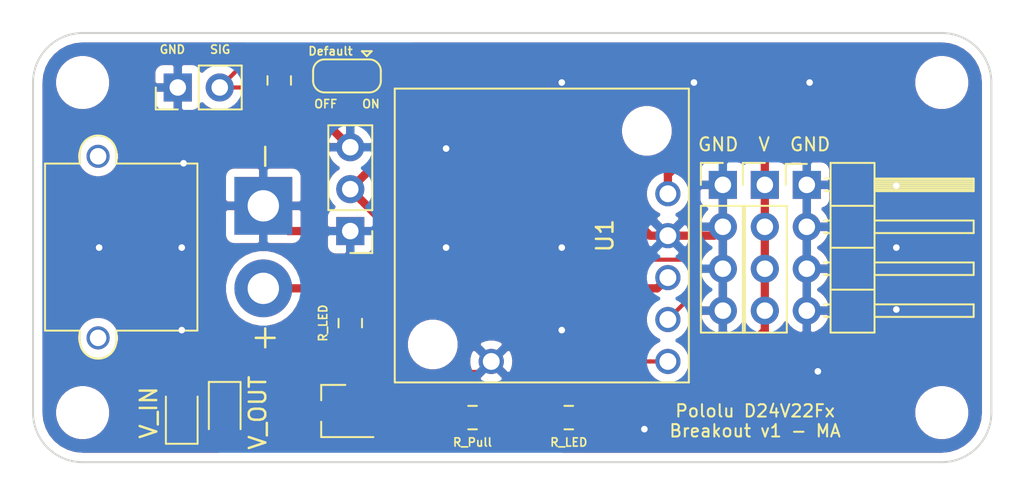
<source format=kicad_pcb>
(kicad_pcb (version 20171130) (host pcbnew "(5.1.5)-3")

  (general
    (thickness 1.6)
    (drawings 12)
    (tracks 108)
    (zones 0)
    (modules 19)
    (nets 10)
  )

  (page A4)
  (layers
    (0 F.Cu signal)
    (31 B.Cu signal)
    (32 B.Adhes user)
    (33 F.Adhes user)
    (34 B.Paste user)
    (35 F.Paste user)
    (36 B.SilkS user)
    (37 F.SilkS user)
    (38 B.Mask user)
    (39 F.Mask user)
    (40 Dwgs.User user)
    (41 Cmts.User user)
    (42 Eco1.User user)
    (43 Eco2.User user)
    (44 Edge.Cuts user)
    (45 Margin user)
    (46 B.CrtYd user)
    (47 F.CrtYd user)
    (48 B.Fab user hide)
    (49 F.Fab user hide)
  )

  (setup
    (last_trace_width 0.25)
    (trace_clearance 0.2)
    (zone_clearance 0.508)
    (zone_45_only no)
    (trace_min 0.2)
    (via_size 0.8)
    (via_drill 0.4)
    (via_min_size 0.4)
    (via_min_drill 0.3)
    (uvia_size 0.3)
    (uvia_drill 0.1)
    (uvias_allowed no)
    (uvia_min_size 0.2)
    (uvia_min_drill 0.1)
    (edge_width 0.05)
    (segment_width 0.2)
    (pcb_text_width 0.3)
    (pcb_text_size 1.5 1.5)
    (mod_edge_width 0.12)
    (mod_text_size 1 1)
    (mod_text_width 0.15)
    (pad_size 2.2 2.2)
    (pad_drill 2.2)
    (pad_to_mask_clearance 0.051)
    (solder_mask_min_width 0.25)
    (aux_axis_origin 0 0)
    (visible_elements 7FFFFFFF)
    (pcbplotparams
      (layerselection 0x010fc_ffffffff)
      (usegerberextensions true)
      (usegerberattributes false)
      (usegerberadvancedattributes false)
      (creategerberjobfile false)
      (excludeedgelayer true)
      (linewidth 0.100000)
      (plotframeref false)
      (viasonmask false)
      (mode 1)
      (useauxorigin false)
      (hpglpennumber 1)
      (hpglpenspeed 20)
      (hpglpendiameter 15.000000)
      (psnegative false)
      (psa4output false)
      (plotreference true)
      (plotvalue true)
      (plotinvisibletext false)
      (padsonsilk false)
      (subtractmaskfromsilk true)
      (outputformat 1)
      (mirror false)
      (drillshape 0)
      (scaleselection 1)
      (outputdirectory "outputs/"))
  )

  (net 0 "")
  (net 1 "Net-(D1-Pad2)")
  (net 2 "Net-(D1-Pad1)")
  (net 3 +5V)
  (net 4 +BATT)
  (net 5 PG)
  (net 6 Earth)
  (net 7 "Net-(D2-Pad2)")
  (net 8 "Net-(JP1-Pad2)")
  (net 9 EN)

  (net_class Default "This is the default net class."
    (clearance 0.2)
    (trace_width 0.25)
    (via_dia 0.8)
    (via_drill 0.4)
    (uvia_dia 0.3)
    (uvia_drill 0.1)
    (add_net EN)
    (add_net "Net-(D1-Pad1)")
    (add_net "Net-(D1-Pad2)")
    (add_net "Net-(D2-Pad2)")
    (add_net "Net-(JP1-Pad2)")
    (add_net PG)
  )

  (net_class Power ""
    (clearance 0.2)
    (trace_width 0.5)
    (via_dia 0.8)
    (via_drill 0.4)
    (uvia_dia 0.3)
    (uvia_drill 0.1)
    (add_net +5V)
    (add_net +BATT)
    (add_net Earth)
  )

  (module pololu:Pololu_D24V22Fx_THT (layer F.Cu) (tedit 5F692917) (tstamp 616CD110)
    (at 156.6926 88.16848 90)
    (descr "Pololu D24V22Fx series regulator footprint")
    (path /616C71BA)
    (fp_text reference U1 (at 8.89 -5.08 90) (layer F.SilkS)
      (effects (font (size 1 1) (thickness 0.15)))
    )
    (fp_text value Pololu_D24V22Fx (at 8.89 -7.62 90) (layer F.Fab)
      (effects (font (size 1 1) (thickness 0.15)))
    )
    (fp_line (start 0 0) (end 0 -17.78) (layer F.SilkS) (width 0.12))
    (fp_line (start 0 -17.8) (end 17.8 -17.8) (layer F.SilkS) (width 0.12))
    (fp_line (start 17.8 -17.8) (end 17.8 0) (layer F.SilkS) (width 0.12))
    (fp_line (start 17.8 0) (end 0 0) (layer F.SilkS) (width 0.12))
    (pad 3 thru_hole circle (at 1.27 -1.27 90) (size 1.524 1.524) (drill 1.02) (layers *.Cu *.Mask)
      (net 5 PG))
    (pad 2 thru_hole circle (at 3.81 -1.27 90) (size 1.524 1.524) (drill 1.02) (layers *.Cu *.Mask)
      (net 9 EN))
    (pad 1 thru_hole circle (at 6.35 -1.27 90) (size 1.524 1.524) (drill 1.02) (layers *.Cu *.Mask)
      (net 4 +BATT))
    (pad 4 thru_hole circle (at 8.89 -1.27 90) (size 1.524 1.524) (drill 1.02) (layers *.Cu *.Mask)
      (net 6 Earth))
    (pad 6 thru_hole circle (at 11.43 -1.27 90) (size 1.524 1.524) (drill 1.02) (layers *.Cu *.Mask)
      (net 3 +5V))
    (pad 5 thru_hole circle (at 1.27 -11.96 90) (size 1.524 1.524) (drill 1.02) (layers *.Cu *.Mask)
      (net 6 Earth))
    (pad "" np_thru_hole circle (at 15.24 -2.54 90) (size 2 2) (drill 2) (layers *.Cu *.Mask))
    (pad "" np_thru_hole circle (at 2.3 -15.5 90) (size 2 2) (drill 2) (layers *.Cu *.Mask))
    (model ${KIPRJMOD}/../lib/kicad-libraries/3D_models/Pololu_D24V22F12.STEP
      (offset (xyz 8.65 9.1 2.54))
      (scale (xyz 1 1 1))
      (rotate (xyz -90 0 -90))
    )
  )

  (module Connector_PinHeader_2.54mm:PinHeader_1x04_P2.54mm_Horizontal (layer F.Cu) (tedit 59FED5CB) (tstamp 616C82CC)
    (at 163.83 76.2)
    (descr "Through hole angled pin header, 1x04, 2.54mm pitch, 6mm pin length, single row")
    (tags "Through hole angled pin header THT 1x04 2.54mm single row")
    (path /616D4891)
    (fp_text reference J5 (at 4.385 -2.27) (layer F.Fab)
      (effects (font (size 1 1) (thickness 0.15)))
    )
    (fp_text value Conn_01x03_Male (at 4.385 9.89) (layer F.Fab)
      (effects (font (size 1 1) (thickness 0.15)))
    )
    (fp_text user %R (at 2.77 3.81 90) (layer F.Fab)
      (effects (font (size 1 1) (thickness 0.15)))
    )
    (fp_line (start 10.55 -1.8) (end -1.8 -1.8) (layer F.CrtYd) (width 0.05))
    (fp_line (start 10.55 9.4) (end 10.55 -1.8) (layer F.CrtYd) (width 0.05))
    (fp_line (start -1.8 9.4) (end 10.55 9.4) (layer F.CrtYd) (width 0.05))
    (fp_line (start -1.8 -1.8) (end -1.8 9.4) (layer F.CrtYd) (width 0.05))
    (fp_line (start -1.27 -1.27) (end 0 -1.27) (layer F.SilkS) (width 0.12))
    (fp_line (start -1.27 0) (end -1.27 -1.27) (layer F.SilkS) (width 0.12))
    (fp_line (start 1.042929 8) (end 1.44 8) (layer F.SilkS) (width 0.12))
    (fp_line (start 1.042929 7.24) (end 1.44 7.24) (layer F.SilkS) (width 0.12))
    (fp_line (start 10.1 8) (end 4.1 8) (layer F.SilkS) (width 0.12))
    (fp_line (start 10.1 7.24) (end 10.1 8) (layer F.SilkS) (width 0.12))
    (fp_line (start 4.1 7.24) (end 10.1 7.24) (layer F.SilkS) (width 0.12))
    (fp_line (start 1.44 6.35) (end 4.1 6.35) (layer F.SilkS) (width 0.12))
    (fp_line (start 1.042929 5.46) (end 1.44 5.46) (layer F.SilkS) (width 0.12))
    (fp_line (start 1.042929 4.7) (end 1.44 4.7) (layer F.SilkS) (width 0.12))
    (fp_line (start 10.1 5.46) (end 4.1 5.46) (layer F.SilkS) (width 0.12))
    (fp_line (start 10.1 4.7) (end 10.1 5.46) (layer F.SilkS) (width 0.12))
    (fp_line (start 4.1 4.7) (end 10.1 4.7) (layer F.SilkS) (width 0.12))
    (fp_line (start 1.44 3.81) (end 4.1 3.81) (layer F.SilkS) (width 0.12))
    (fp_line (start 1.042929 2.92) (end 1.44 2.92) (layer F.SilkS) (width 0.12))
    (fp_line (start 1.042929 2.16) (end 1.44 2.16) (layer F.SilkS) (width 0.12))
    (fp_line (start 10.1 2.92) (end 4.1 2.92) (layer F.SilkS) (width 0.12))
    (fp_line (start 10.1 2.16) (end 10.1 2.92) (layer F.SilkS) (width 0.12))
    (fp_line (start 4.1 2.16) (end 10.1 2.16) (layer F.SilkS) (width 0.12))
    (fp_line (start 1.44 1.27) (end 4.1 1.27) (layer F.SilkS) (width 0.12))
    (fp_line (start 1.11 0.38) (end 1.44 0.38) (layer F.SilkS) (width 0.12))
    (fp_line (start 1.11 -0.38) (end 1.44 -0.38) (layer F.SilkS) (width 0.12))
    (fp_line (start 4.1 0.28) (end 10.1 0.28) (layer F.SilkS) (width 0.12))
    (fp_line (start 4.1 0.16) (end 10.1 0.16) (layer F.SilkS) (width 0.12))
    (fp_line (start 4.1 0.04) (end 10.1 0.04) (layer F.SilkS) (width 0.12))
    (fp_line (start 4.1 -0.08) (end 10.1 -0.08) (layer F.SilkS) (width 0.12))
    (fp_line (start 4.1 -0.2) (end 10.1 -0.2) (layer F.SilkS) (width 0.12))
    (fp_line (start 4.1 -0.32) (end 10.1 -0.32) (layer F.SilkS) (width 0.12))
    (fp_line (start 10.1 0.38) (end 4.1 0.38) (layer F.SilkS) (width 0.12))
    (fp_line (start 10.1 -0.38) (end 10.1 0.38) (layer F.SilkS) (width 0.12))
    (fp_line (start 4.1 -0.38) (end 10.1 -0.38) (layer F.SilkS) (width 0.12))
    (fp_line (start 4.1 -1.33) (end 1.44 -1.33) (layer F.SilkS) (width 0.12))
    (fp_line (start 4.1 8.95) (end 4.1 -1.33) (layer F.SilkS) (width 0.12))
    (fp_line (start 1.44 8.95) (end 4.1 8.95) (layer F.SilkS) (width 0.12))
    (fp_line (start 1.44 -1.33) (end 1.44 8.95) (layer F.SilkS) (width 0.12))
    (fp_line (start 4.04 7.94) (end 10.04 7.94) (layer F.Fab) (width 0.1))
    (fp_line (start 10.04 7.3) (end 10.04 7.94) (layer F.Fab) (width 0.1))
    (fp_line (start 4.04 7.3) (end 10.04 7.3) (layer F.Fab) (width 0.1))
    (fp_line (start -0.32 7.94) (end 1.5 7.94) (layer F.Fab) (width 0.1))
    (fp_line (start -0.32 7.3) (end -0.32 7.94) (layer F.Fab) (width 0.1))
    (fp_line (start -0.32 7.3) (end 1.5 7.3) (layer F.Fab) (width 0.1))
    (fp_line (start 4.04 5.4) (end 10.04 5.4) (layer F.Fab) (width 0.1))
    (fp_line (start 10.04 4.76) (end 10.04 5.4) (layer F.Fab) (width 0.1))
    (fp_line (start 4.04 4.76) (end 10.04 4.76) (layer F.Fab) (width 0.1))
    (fp_line (start -0.32 5.4) (end 1.5 5.4) (layer F.Fab) (width 0.1))
    (fp_line (start -0.32 4.76) (end -0.32 5.4) (layer F.Fab) (width 0.1))
    (fp_line (start -0.32 4.76) (end 1.5 4.76) (layer F.Fab) (width 0.1))
    (fp_line (start 4.04 2.86) (end 10.04 2.86) (layer F.Fab) (width 0.1))
    (fp_line (start 10.04 2.22) (end 10.04 2.86) (layer F.Fab) (width 0.1))
    (fp_line (start 4.04 2.22) (end 10.04 2.22) (layer F.Fab) (width 0.1))
    (fp_line (start -0.32 2.86) (end 1.5 2.86) (layer F.Fab) (width 0.1))
    (fp_line (start -0.32 2.22) (end -0.32 2.86) (layer F.Fab) (width 0.1))
    (fp_line (start -0.32 2.22) (end 1.5 2.22) (layer F.Fab) (width 0.1))
    (fp_line (start 4.04 0.32) (end 10.04 0.32) (layer F.Fab) (width 0.1))
    (fp_line (start 10.04 -0.32) (end 10.04 0.32) (layer F.Fab) (width 0.1))
    (fp_line (start 4.04 -0.32) (end 10.04 -0.32) (layer F.Fab) (width 0.1))
    (fp_line (start -0.32 0.32) (end 1.5 0.32) (layer F.Fab) (width 0.1))
    (fp_line (start -0.32 -0.32) (end -0.32 0.32) (layer F.Fab) (width 0.1))
    (fp_line (start -0.32 -0.32) (end 1.5 -0.32) (layer F.Fab) (width 0.1))
    (fp_line (start 1.5 -0.635) (end 2.135 -1.27) (layer F.Fab) (width 0.1))
    (fp_line (start 1.5 8.89) (end 1.5 -0.635) (layer F.Fab) (width 0.1))
    (fp_line (start 4.04 8.89) (end 1.5 8.89) (layer F.Fab) (width 0.1))
    (fp_line (start 4.04 -1.27) (end 4.04 8.89) (layer F.Fab) (width 0.1))
    (fp_line (start 2.135 -1.27) (end 4.04 -1.27) (layer F.Fab) (width 0.1))
    (pad 4 thru_hole oval (at 0 7.62) (size 1.7 1.7) (drill 1) (layers *.Cu *.Mask)
      (net 6 Earth))
    (pad 3 thru_hole oval (at 0 5.08) (size 1.7 1.7) (drill 1) (layers *.Cu *.Mask)
      (net 6 Earth))
    (pad 2 thru_hole oval (at 0 2.54) (size 1.7 1.7) (drill 1) (layers *.Cu *.Mask)
      (net 6 Earth))
    (pad 1 thru_hole rect (at 0 0) (size 1.7 1.7) (drill 1) (layers *.Cu *.Mask)
      (net 6 Earth))
    (model ${KISYS3DMOD}/Connector_PinHeader_2.54mm.3dshapes/PinHeader_1x04_P2.54mm_Horizontal.wrl
      (at (xyz 0 0 0))
      (scale (xyz 1 1 1))
      (rotate (xyz 0 0 0))
    )
  )

  (module Connector_PinHeader_2.54mm:PinHeader_1x04_P2.54mm_Vertical (layer F.Cu) (tedit 59FED5CC) (tstamp 616CC0F4)
    (at 161.29 76.2)
    (descr "Through hole straight pin header, 1x04, 2.54mm pitch, single row")
    (tags "Through hole pin header THT 1x04 2.54mm single row")
    (path /616CF3EF)
    (fp_text reference J4 (at 0 -2.33) (layer F.Fab)
      (effects (font (size 1 1) (thickness 0.15)))
    )
    (fp_text value Conn_01x03_Male (at 0 9.95) (layer F.Fab)
      (effects (font (size 1 1) (thickness 0.15)))
    )
    (fp_text user %R (at 0 3.81 90) (layer F.Fab)
      (effects (font (size 1 1) (thickness 0.15)))
    )
    (fp_line (start 1.8 -1.8) (end -1.8 -1.8) (layer F.CrtYd) (width 0.05))
    (fp_line (start 1.8 9.4) (end 1.8 -1.8) (layer F.CrtYd) (width 0.05))
    (fp_line (start -1.8 9.4) (end 1.8 9.4) (layer F.CrtYd) (width 0.05))
    (fp_line (start -1.8 -1.8) (end -1.8 9.4) (layer F.CrtYd) (width 0.05))
    (fp_line (start -1.33 -1.33) (end 0 -1.33) (layer F.SilkS) (width 0.12))
    (fp_line (start -1.33 0) (end -1.33 -1.33) (layer F.SilkS) (width 0.12))
    (fp_line (start -1.33 1.27) (end 1.33 1.27) (layer F.SilkS) (width 0.12))
    (fp_line (start 1.33 1.27) (end 1.33 8.95) (layer F.SilkS) (width 0.12))
    (fp_line (start -1.33 1.27) (end -1.33 8.95) (layer F.SilkS) (width 0.12))
    (fp_line (start -1.33 8.95) (end 1.33 8.95) (layer F.SilkS) (width 0.12))
    (fp_line (start -1.27 -0.635) (end -0.635 -1.27) (layer F.Fab) (width 0.1))
    (fp_line (start -1.27 8.89) (end -1.27 -0.635) (layer F.Fab) (width 0.1))
    (fp_line (start 1.27 8.89) (end -1.27 8.89) (layer F.Fab) (width 0.1))
    (fp_line (start 1.27 -1.27) (end 1.27 8.89) (layer F.Fab) (width 0.1))
    (fp_line (start -0.635 -1.27) (end 1.27 -1.27) (layer F.Fab) (width 0.1))
    (pad 4 thru_hole oval (at 0 7.62) (size 1.7 1.7) (drill 1) (layers *.Cu *.Mask)
      (net 3 +5V))
    (pad 3 thru_hole oval (at 0 5.08) (size 1.7 1.7) (drill 1) (layers *.Cu *.Mask)
      (net 3 +5V))
    (pad 2 thru_hole oval (at 0 2.54) (size 1.7 1.7) (drill 1) (layers *.Cu *.Mask)
      (net 3 +5V))
    (pad 1 thru_hole rect (at 0 0) (size 1.7 1.7) (drill 1) (layers *.Cu *.Mask)
      (net 3 +5V))
    (model ${KISYS3DMOD}/Connector_PinHeader_2.54mm.3dshapes/PinHeader_1x04_P2.54mm_Vertical.wrl
      (at (xyz 0 0 0))
      (scale (xyz 1 1 1))
      (rotate (xyz 0 0 0))
    )
  )

  (module Connector_PinHeader_2.54mm:PinHeader_1x04_P2.54mm_Vertical (layer F.Cu) (tedit 59FED5CC) (tstamp 616CC958)
    (at 158.75 76.2)
    (descr "Through hole straight pin header, 1x04, 2.54mm pitch, single row")
    (tags "Through hole pin header THT 1x04 2.54mm single row")
    (path /616CF7E2)
    (fp_text reference J3 (at 0 -2.33) (layer F.Fab)
      (effects (font (size 1 1) (thickness 0.15)))
    )
    (fp_text value Conn_01x03_Male (at 0 9.95) (layer F.Fab)
      (effects (font (size 1 1) (thickness 0.15)))
    )
    (fp_text user %R (at 0 3.81 90) (layer F.Fab)
      (effects (font (size 1 1) (thickness 0.15)))
    )
    (fp_line (start 1.8 -1.8) (end -1.8 -1.8) (layer F.CrtYd) (width 0.05))
    (fp_line (start 1.8 9.4) (end 1.8 -1.8) (layer F.CrtYd) (width 0.05))
    (fp_line (start -1.8 9.4) (end 1.8 9.4) (layer F.CrtYd) (width 0.05))
    (fp_line (start -1.8 -1.8) (end -1.8 9.4) (layer F.CrtYd) (width 0.05))
    (fp_line (start -1.33 -1.33) (end 0 -1.33) (layer F.SilkS) (width 0.12))
    (fp_line (start -1.33 0) (end -1.33 -1.33) (layer F.SilkS) (width 0.12))
    (fp_line (start -1.33 1.27) (end 1.33 1.27) (layer F.SilkS) (width 0.12))
    (fp_line (start 1.33 1.27) (end 1.33 8.95) (layer F.SilkS) (width 0.12))
    (fp_line (start -1.33 1.27) (end -1.33 8.95) (layer F.SilkS) (width 0.12))
    (fp_line (start -1.33 8.95) (end 1.33 8.95) (layer F.SilkS) (width 0.12))
    (fp_line (start -1.27 -0.635) (end -0.635 -1.27) (layer F.Fab) (width 0.1))
    (fp_line (start -1.27 8.89) (end -1.27 -0.635) (layer F.Fab) (width 0.1))
    (fp_line (start 1.27 8.89) (end -1.27 8.89) (layer F.Fab) (width 0.1))
    (fp_line (start 1.27 -1.27) (end 1.27 8.89) (layer F.Fab) (width 0.1))
    (fp_line (start -0.635 -1.27) (end 1.27 -1.27) (layer F.Fab) (width 0.1))
    (pad 4 thru_hole oval (at 0 7.62) (size 1.7 1.7) (drill 1) (layers *.Cu *.Mask)
      (net 6 Earth))
    (pad 3 thru_hole oval (at 0 5.08) (size 1.7 1.7) (drill 1) (layers *.Cu *.Mask)
      (net 6 Earth))
    (pad 2 thru_hole oval (at 0 2.54) (size 1.7 1.7) (drill 1) (layers *.Cu *.Mask)
      (net 6 Earth))
    (pad 1 thru_hole rect (at 0 0) (size 1.7 1.7) (drill 1) (layers *.Cu *.Mask)
      (net 6 Earth))
    (model ${KISYS3DMOD}/Connector_PinHeader_2.54mm.3dshapes/PinHeader_1x04_P2.54mm_Vertical.wrl
      (at (xyz 0 0 0))
      (scale (xyz 1 1 1))
      (rotate (xyz 0 0 0))
    )
  )

  (module Connector_PinHeader_2.54mm:PinHeader_1x02_P2.54mm_Vertical (layer F.Cu) (tedit 59FED5CC) (tstamp 616D1FF8)
    (at 125.76 70.3 90)
    (descr "Through hole straight pin header, 1x02, 2.54mm pitch, single row")
    (tags "Through hole pin header THT 1x02 2.54mm single row")
    (path /616FFF13)
    (fp_text reference J6 (at 0 -2.33 90) (layer F.Fab)
      (effects (font (size 1 1) (thickness 0.15)))
    )
    (fp_text value Conn_01x02_Male (at 0 4.87 90) (layer F.Fab)
      (effects (font (size 1 1) (thickness 0.15)))
    )
    (fp_text user %R (at 0 1.27) (layer F.Fab)
      (effects (font (size 1 1) (thickness 0.15)))
    )
    (fp_line (start 1.8 -1.8) (end -1.8 -1.8) (layer F.CrtYd) (width 0.05))
    (fp_line (start 1.8 4.35) (end 1.8 -1.8) (layer F.CrtYd) (width 0.05))
    (fp_line (start -1.8 4.35) (end 1.8 4.35) (layer F.CrtYd) (width 0.05))
    (fp_line (start -1.8 -1.8) (end -1.8 4.35) (layer F.CrtYd) (width 0.05))
    (fp_line (start -1.33 -1.33) (end 0 -1.33) (layer F.SilkS) (width 0.12))
    (fp_line (start -1.33 0) (end -1.33 -1.33) (layer F.SilkS) (width 0.12))
    (fp_line (start -1.33 1.27) (end 1.33 1.27) (layer F.SilkS) (width 0.12))
    (fp_line (start 1.33 1.27) (end 1.33 3.87) (layer F.SilkS) (width 0.12))
    (fp_line (start -1.33 1.27) (end -1.33 3.87) (layer F.SilkS) (width 0.12))
    (fp_line (start -1.33 3.87) (end 1.33 3.87) (layer F.SilkS) (width 0.12))
    (fp_line (start -1.27 -0.635) (end -0.635 -1.27) (layer F.Fab) (width 0.1))
    (fp_line (start -1.27 3.81) (end -1.27 -0.635) (layer F.Fab) (width 0.1))
    (fp_line (start 1.27 3.81) (end -1.27 3.81) (layer F.Fab) (width 0.1))
    (fp_line (start 1.27 -1.27) (end 1.27 3.81) (layer F.Fab) (width 0.1))
    (fp_line (start -0.635 -1.27) (end 1.27 -1.27) (layer F.Fab) (width 0.1))
    (pad 2 thru_hole oval (at 0 2.54 90) (size 1.7 1.7) (drill 1) (layers *.Cu *.Mask)
      (net 9 EN))
    (pad 1 thru_hole rect (at 0 0 90) (size 1.7 1.7) (drill 1) (layers *.Cu *.Mask)
      (net 6 Earth))
    (model ${KISYS3DMOD}/Connector_PinHeader_2.54mm.3dshapes/PinHeader_1x02_P2.54mm_Vertical.wrl
      (at (xyz 0 0 0))
      (scale (xyz 1 1 1))
      (rotate (xyz 0 0 0))
    )
  )

  (module Resistor_SMD:R_0805_2012Metric_Pad1.15x1.40mm_HandSolder (layer F.Cu) (tedit 5B36C52B) (tstamp 616D15D7)
    (at 131.9 69.875 90)
    (descr "Resistor SMD 0805 (2012 Metric), square (rectangular) end terminal, IPC_7351 nominal with elongated pad for handsoldering. (Body size source: https://docs.google.com/spreadsheets/d/1BsfQQcO9C6DZCsRaXUlFlo91Tg2WpOkGARC1WS5S8t0/edit?usp=sharing), generated with kicad-footprint-generator")
    (tags "resistor handsolder")
    (path /616F97BB)
    (attr smd)
    (fp_text reference R4 (at 0 -1.65 90) (layer F.Fab)
      (effects (font (size 1 1) (thickness 0.15)))
    )
    (fp_text value R_DEFAULT (at 0 1.65 90) (layer F.Fab)
      (effects (font (size 1 1) (thickness 0.15)))
    )
    (fp_text user %R (at 0 0 90) (layer F.Fab)
      (effects (font (size 0.5 0.5) (thickness 0.08)))
    )
    (fp_line (start 1.85 0.95) (end -1.85 0.95) (layer F.CrtYd) (width 0.05))
    (fp_line (start 1.85 -0.95) (end 1.85 0.95) (layer F.CrtYd) (width 0.05))
    (fp_line (start -1.85 -0.95) (end 1.85 -0.95) (layer F.CrtYd) (width 0.05))
    (fp_line (start -1.85 0.95) (end -1.85 -0.95) (layer F.CrtYd) (width 0.05))
    (fp_line (start -0.261252 0.71) (end 0.261252 0.71) (layer F.SilkS) (width 0.12))
    (fp_line (start -0.261252 -0.71) (end 0.261252 -0.71) (layer F.SilkS) (width 0.12))
    (fp_line (start 1 0.6) (end -1 0.6) (layer F.Fab) (width 0.1))
    (fp_line (start 1 -0.6) (end 1 0.6) (layer F.Fab) (width 0.1))
    (fp_line (start -1 -0.6) (end 1 -0.6) (layer F.Fab) (width 0.1))
    (fp_line (start -1 0.6) (end -1 -0.6) (layer F.Fab) (width 0.1))
    (pad 2 smd roundrect (at 1.025 0 90) (size 1.15 1.4) (layers F.Cu F.Paste F.Mask) (roundrect_rratio 0.217391)
      (net 8 "Net-(JP1-Pad2)"))
    (pad 1 smd roundrect (at -1.025 0 90) (size 1.15 1.4) (layers F.Cu F.Paste F.Mask) (roundrect_rratio 0.217391)
      (net 9 EN))
    (model ${KISYS3DMOD}/Resistor_SMD.3dshapes/R_0805_2012Metric.wrl
      (at (xyz 0 0 0))
      (scale (xyz 1 1 1))
      (rotate (xyz 0 0 0))
    )
  )

  (module Jumper:SolderJumper-3_P1.3mm_Open_RoundedPad1.0x1.5mm (layer F.Cu) (tedit 5B391EB7) (tstamp 616D153E)
    (at 136 69.6 180)
    (descr "SMD Solder 3-pad Jumper, 1x1.5mm rounded Pads, 0.3mm gap, open")
    (tags "solder jumper open")
    (path /616FA0E0)
    (attr virtual)
    (fp_text reference JP1 (at 0 -1.8) (layer F.Fab)
      (effects (font (size 1 1) (thickness 0.15)))
    )
    (fp_text value Default (at 1 1.5) (layer F.SilkS)
      (effects (font (size 0.5 0.5) (thickness 0.1)))
    )
    (fp_arc (start -1.35 -0.3) (end -1.35 -1) (angle -90) (layer F.SilkS) (width 0.12))
    (fp_arc (start -1.35 0.3) (end -2.05 0.3) (angle -90) (layer F.SilkS) (width 0.12))
    (fp_arc (start 1.35 0.3) (end 1.35 1) (angle -90) (layer F.SilkS) (width 0.12))
    (fp_arc (start 1.35 -0.3) (end 2.05 -0.3) (angle -90) (layer F.SilkS) (width 0.12))
    (fp_line (start 2.3 1.25) (end -2.3 1.25) (layer F.CrtYd) (width 0.05))
    (fp_line (start 2.3 1.25) (end 2.3 -1.25) (layer F.CrtYd) (width 0.05))
    (fp_line (start -2.3 -1.25) (end -2.3 1.25) (layer F.CrtYd) (width 0.05))
    (fp_line (start -2.3 -1.25) (end 2.3 -1.25) (layer F.CrtYd) (width 0.05))
    (fp_line (start -1.4 -1) (end 1.4 -1) (layer F.SilkS) (width 0.12))
    (fp_line (start 2.05 -0.3) (end 2.05 0.3) (layer F.SilkS) (width 0.12))
    (fp_line (start 1.4 1) (end -1.4 1) (layer F.SilkS) (width 0.12))
    (fp_line (start -2.05 0.3) (end -2.05 -0.3) (layer F.SilkS) (width 0.12))
    (fp_line (start -1.2 1.2) (end -1.5 1.5) (layer F.SilkS) (width 0.12))
    (fp_line (start -1.5 1.5) (end -0.9 1.5) (layer F.SilkS) (width 0.12))
    (fp_line (start -1.2 1.2) (end -0.9 1.5) (layer F.SilkS) (width 0.12))
    (pad 2 smd rect (at 0 0 180) (size 1 1.5) (layers F.Cu F.Mask)
      (net 8 "Net-(JP1-Pad2)"))
    (pad 3 smd custom (at 1.3 0 180) (size 1 0.5) (layers F.Cu F.Mask)
      (net 6 Earth) (zone_connect 2)
      (options (clearance outline) (anchor rect))
      (primitives
        (gr_circle (center 0 0.25) (end 0.5 0.25) (width 0))
        (gr_circle (center 0 -0.25) (end 0.5 -0.25) (width 0))
        (gr_poly (pts
           (xy -0.55 -0.75) (xy 0 -0.75) (xy 0 0.75) (xy -0.55 0.75)) (width 0))
      ))
    (pad 1 smd custom (at -1.3 0 180) (size 1 0.5) (layers F.Cu F.Mask)
      (net 4 +BATT) (zone_connect 2)
      (options (clearance outline) (anchor rect))
      (primitives
        (gr_circle (center 0 0.25) (end 0.5 0.25) (width 0))
        (gr_circle (center 0 -0.25) (end 0.5 -0.25) (width 0))
        (gr_poly (pts
           (xy 0.55 -0.75) (xy 0 -0.75) (xy 0 0.75) (xy 0.55 0.75)) (width 0))
      ))
  )

  (module Resistor_SMD:R_0805_2012Metric_Pad1.15x1.40mm_HandSolder (layer F.Cu) (tedit 5B36C52B) (tstamp 616D0511)
    (at 136.2 84.575 270)
    (descr "Resistor SMD 0805 (2012 Metric), square (rectangular) end terminal, IPC_7351 nominal with elongated pad for handsoldering. (Body size source: https://docs.google.com/spreadsheets/d/1BsfQQcO9C6DZCsRaXUlFlo91Tg2WpOkGARC1WS5S8t0/edit?usp=sharing), generated with kicad-footprint-generator")
    (tags "resistor handsolder")
    (path /616EC9C4)
    (attr smd)
    (fp_text reference R3 (at 0 -1.65 90) (layer F.Fab)
      (effects (font (size 1 1) (thickness 0.15)))
    )
    (fp_text value R_LED (at 0 1.65 90) (layer F.SilkS)
      (effects (font (size 0.5 0.5) (thickness 0.1)))
    )
    (fp_text user %R (at 0 0 90) (layer F.Fab)
      (effects (font (size 0.5 0.5) (thickness 0.08)))
    )
    (fp_line (start 1.85 0.95) (end -1.85 0.95) (layer F.CrtYd) (width 0.05))
    (fp_line (start 1.85 -0.95) (end 1.85 0.95) (layer F.CrtYd) (width 0.05))
    (fp_line (start -1.85 -0.95) (end 1.85 -0.95) (layer F.CrtYd) (width 0.05))
    (fp_line (start -1.85 0.95) (end -1.85 -0.95) (layer F.CrtYd) (width 0.05))
    (fp_line (start -0.261252 0.71) (end 0.261252 0.71) (layer F.SilkS) (width 0.12))
    (fp_line (start -0.261252 -0.71) (end 0.261252 -0.71) (layer F.SilkS) (width 0.12))
    (fp_line (start 1 0.6) (end -1 0.6) (layer F.Fab) (width 0.1))
    (fp_line (start 1 -0.6) (end 1 0.6) (layer F.Fab) (width 0.1))
    (fp_line (start -1 -0.6) (end 1 -0.6) (layer F.Fab) (width 0.1))
    (fp_line (start -1 0.6) (end -1 -0.6) (layer F.Fab) (width 0.1))
    (pad 2 smd roundrect (at 1.025 0 270) (size 1.15 1.4) (layers F.Cu F.Paste F.Mask) (roundrect_rratio 0.217391)
      (net 7 "Net-(D2-Pad2)"))
    (pad 1 smd roundrect (at -1.025 0 270) (size 1.15 1.4) (layers F.Cu F.Paste F.Mask) (roundrect_rratio 0.217391)
      (net 4 +BATT))
    (model ${KISYS3DMOD}/Resistor_SMD.3dshapes/R_0805_2012Metric.wrl
      (at (xyz 0 0 0))
      (scale (xyz 1 1 1))
      (rotate (xyz 0 0 0))
    )
  )

  (module LED_SMD:LED_0805_2012Metric_Pad1.15x1.40mm_HandSolder (layer F.Cu) (tedit 5B4B45C9) (tstamp 616D0338)
    (at 126 90.025 90)
    (descr "LED SMD 0805 (2012 Metric), square (rectangular) end terminal, IPC_7351 nominal, (Body size source: https://docs.google.com/spreadsheets/d/1BsfQQcO9C6DZCsRaXUlFlo91Tg2WpOkGARC1WS5S8t0/edit?usp=sharing), generated with kicad-footprint-generator")
    (tags "LED handsolder")
    (path /616EAF1A)
    (attr smd)
    (fp_text reference D2 (at 0 -1.65 90) (layer F.Fab)
      (effects (font (size 1 1) (thickness 0.15)))
    )
    (fp_text value V_IN (at 0.025 -2 90) (layer F.SilkS)
      (effects (font (size 1 1) (thickness 0.15)))
    )
    (fp_text user %R (at 0 0 90) (layer F.Fab)
      (effects (font (size 0.5 0.5) (thickness 0.08)))
    )
    (fp_line (start 1.85 0.95) (end -1.85 0.95) (layer F.CrtYd) (width 0.05))
    (fp_line (start 1.85 -0.95) (end 1.85 0.95) (layer F.CrtYd) (width 0.05))
    (fp_line (start -1.85 -0.95) (end 1.85 -0.95) (layer F.CrtYd) (width 0.05))
    (fp_line (start -1.85 0.95) (end -1.85 -0.95) (layer F.CrtYd) (width 0.05))
    (fp_line (start -1.86 0.96) (end 1 0.96) (layer F.SilkS) (width 0.12))
    (fp_line (start -1.86 -0.96) (end -1.86 0.96) (layer F.SilkS) (width 0.12))
    (fp_line (start 1 -0.96) (end -1.86 -0.96) (layer F.SilkS) (width 0.12))
    (fp_line (start 1 0.6) (end 1 -0.6) (layer F.Fab) (width 0.1))
    (fp_line (start -1 0.6) (end 1 0.6) (layer F.Fab) (width 0.1))
    (fp_line (start -1 -0.3) (end -1 0.6) (layer F.Fab) (width 0.1))
    (fp_line (start -0.7 -0.6) (end -1 -0.3) (layer F.Fab) (width 0.1))
    (fp_line (start 1 -0.6) (end -0.7 -0.6) (layer F.Fab) (width 0.1))
    (pad 2 smd roundrect (at 1.025 0 90) (size 1.15 1.4) (layers F.Cu F.Paste F.Mask) (roundrect_rratio 0.217391)
      (net 7 "Net-(D2-Pad2)"))
    (pad 1 smd roundrect (at -1.025 0 90) (size 1.15 1.4) (layers F.Cu F.Paste F.Mask) (roundrect_rratio 0.217391)
      (net 6 Earth))
    (model ${KISYS3DMOD}/LED_SMD.3dshapes/LED_0805_2012Metric.wrl
      (at (xyz 0 0 0))
      (scale (xyz 1 1 1))
      (rotate (xyz 0 0 0))
    )
  )

  (module Package_TO_SOT_SMD:SOT-23_Handsoldering (layer F.Cu) (tedit 5A0AB76C) (tstamp 616CEC3A)
    (at 135.2 89.9 180)
    (descr "SOT-23, Handsoldering")
    (tags SOT-23)
    (path /616D0025)
    (attr smd)
    (fp_text reference Q1 (at 0 -2.5) (layer F.Fab)
      (effects (font (size 1 1) (thickness 0.15)))
    )
    (fp_text value Q_NMOS_GSD (at 0 2.5) (layer F.Fab)
      (effects (font (size 1 1) (thickness 0.15)))
    )
    (fp_line (start 0.76 1.58) (end -0.7 1.58) (layer F.SilkS) (width 0.12))
    (fp_line (start -0.7 1.52) (end 0.7 1.52) (layer F.Fab) (width 0.1))
    (fp_line (start 0.7 -1.52) (end 0.7 1.52) (layer F.Fab) (width 0.1))
    (fp_line (start -0.7 -0.95) (end -0.15 -1.52) (layer F.Fab) (width 0.1))
    (fp_line (start -0.15 -1.52) (end 0.7 -1.52) (layer F.Fab) (width 0.1))
    (fp_line (start -0.7 -0.95) (end -0.7 1.5) (layer F.Fab) (width 0.1))
    (fp_line (start 0.76 -1.58) (end -2.4 -1.58) (layer F.SilkS) (width 0.12))
    (fp_line (start -2.7 1.75) (end -2.7 -1.75) (layer F.CrtYd) (width 0.05))
    (fp_line (start 2.7 1.75) (end -2.7 1.75) (layer F.CrtYd) (width 0.05))
    (fp_line (start 2.7 -1.75) (end 2.7 1.75) (layer F.CrtYd) (width 0.05))
    (fp_line (start -2.7 -1.75) (end 2.7 -1.75) (layer F.CrtYd) (width 0.05))
    (fp_line (start 0.76 -1.58) (end 0.76 -0.65) (layer F.SilkS) (width 0.12))
    (fp_line (start 0.76 1.58) (end 0.76 0.65) (layer F.SilkS) (width 0.12))
    (fp_text user %R (at 0 0 90) (layer F.Fab)
      (effects (font (size 0.5 0.5) (thickness 0.075)))
    )
    (pad 3 smd rect (at 1.5 0 180) (size 1.9 0.8) (layers F.Cu F.Paste F.Mask)
      (net 2 "Net-(D1-Pad1)"))
    (pad 2 smd rect (at -1.5 0.95 180) (size 1.9 0.8) (layers F.Cu F.Paste F.Mask)
      (net 6 Earth))
    (pad 1 smd rect (at -1.5 -0.95 180) (size 1.9 0.8) (layers F.Cu F.Paste F.Mask)
      (net 5 PG))
    (model ${KISYS3DMOD}/Package_TO_SOT_SMD.3dshapes/SOT-23.wrl
      (at (xyz 0 0 0))
      (scale (xyz 1 1 1))
      (rotate (xyz 0 0 0))
    )
  )

  (module Resistor_SMD:R_0805_2012Metric_Pad1.15x1.40mm_HandSolder (layer F.Cu) (tedit 5B36C52B) (tstamp 616CD8C0)
    (at 143.6 90.3 180)
    (descr "Resistor SMD 0805 (2012 Metric), square (rectangular) end terminal, IPC_7351 nominal with elongated pad for handsoldering. (Body size source: https://docs.google.com/spreadsheets/d/1BsfQQcO9C6DZCsRaXUlFlo91Tg2WpOkGARC1WS5S8t0/edit?usp=sharing), generated with kicad-footprint-generator")
    (tags "resistor handsolder")
    (path /616CDF8E)
    (attr smd)
    (fp_text reference R2 (at 0 1.7) (layer F.Fab)
      (effects (font (size 1 1) (thickness 0.15)))
    )
    (fp_text value R_Pull (at 0 -1.5) (layer F.SilkS)
      (effects (font (size 0.5 0.5) (thickness 0.1)))
    )
    (fp_text user %R (at 0 0) (layer F.Fab)
      (effects (font (size 0.5 0.5) (thickness 0.08)))
    )
    (fp_line (start 1.85 0.95) (end -1.85 0.95) (layer F.CrtYd) (width 0.05))
    (fp_line (start 1.85 -0.95) (end 1.85 0.95) (layer F.CrtYd) (width 0.05))
    (fp_line (start -1.85 -0.95) (end 1.85 -0.95) (layer F.CrtYd) (width 0.05))
    (fp_line (start -1.85 0.95) (end -1.85 -0.95) (layer F.CrtYd) (width 0.05))
    (fp_line (start -0.261252 0.71) (end 0.261252 0.71) (layer F.SilkS) (width 0.12))
    (fp_line (start -0.261252 -0.71) (end 0.261252 -0.71) (layer F.SilkS) (width 0.12))
    (fp_line (start 1 0.6) (end -1 0.6) (layer F.Fab) (width 0.1))
    (fp_line (start 1 -0.6) (end 1 0.6) (layer F.Fab) (width 0.1))
    (fp_line (start -1 -0.6) (end 1 -0.6) (layer F.Fab) (width 0.1))
    (fp_line (start -1 0.6) (end -1 -0.6) (layer F.Fab) (width 0.1))
    (pad 2 smd roundrect (at 1.025 0 180) (size 1.15 1.4) (layers F.Cu F.Paste F.Mask) (roundrect_rratio 0.217391)
      (net 5 PG))
    (pad 1 smd roundrect (at -1.025 0 180) (size 1.15 1.4) (layers F.Cu F.Paste F.Mask) (roundrect_rratio 0.217391)
      (net 3 +5V))
    (model ${KISYS3DMOD}/Resistor_SMD.3dshapes/R_0805_2012Metric.wrl
      (at (xyz 0 0 0))
      (scale (xyz 1 1 1))
      (rotate (xyz 0 0 0))
    )
  )

  (module Resistor_SMD:R_0805_2012Metric_Pad1.15x1.40mm_HandSolder (layer F.Cu) (tedit 5B36C52B) (tstamp 616CD8AF)
    (at 149.425 90.3)
    (descr "Resistor SMD 0805 (2012 Metric), square (rectangular) end terminal, IPC_7351 nominal with elongated pad for handsoldering. (Body size source: https://docs.google.com/spreadsheets/d/1BsfQQcO9C6DZCsRaXUlFlo91Tg2WpOkGARC1WS5S8t0/edit?usp=sharing), generated with kicad-footprint-generator")
    (tags "resistor handsolder")
    (path /616CDBE6)
    (attr smd)
    (fp_text reference R1 (at 0 -1.65) (layer F.Fab)
      (effects (font (size 1 1) (thickness 0.15)))
    )
    (fp_text value R_LED (at 0 1.5) (layer F.SilkS)
      (effects (font (size 0.5 0.5) (thickness 0.1)))
    )
    (fp_text user %R (at 0 0) (layer F.Fab)
      (effects (font (size 0.5 0.5) (thickness 0.08)))
    )
    (fp_line (start 1.85 0.95) (end -1.85 0.95) (layer F.CrtYd) (width 0.05))
    (fp_line (start 1.85 -0.95) (end 1.85 0.95) (layer F.CrtYd) (width 0.05))
    (fp_line (start -1.85 -0.95) (end 1.85 -0.95) (layer F.CrtYd) (width 0.05))
    (fp_line (start -1.85 0.95) (end -1.85 -0.95) (layer F.CrtYd) (width 0.05))
    (fp_line (start -0.261252 0.71) (end 0.261252 0.71) (layer F.SilkS) (width 0.12))
    (fp_line (start -0.261252 -0.71) (end 0.261252 -0.71) (layer F.SilkS) (width 0.12))
    (fp_line (start 1 0.6) (end -1 0.6) (layer F.Fab) (width 0.1))
    (fp_line (start 1 -0.6) (end 1 0.6) (layer F.Fab) (width 0.1))
    (fp_line (start -1 -0.6) (end 1 -0.6) (layer F.Fab) (width 0.1))
    (fp_line (start -1 0.6) (end -1 -0.6) (layer F.Fab) (width 0.1))
    (pad 2 smd roundrect (at 1.025 0) (size 1.15 1.4) (layers F.Cu F.Paste F.Mask) (roundrect_rratio 0.217391)
      (net 1 "Net-(D1-Pad2)"))
    (pad 1 smd roundrect (at -1.025 0) (size 1.15 1.4) (layers F.Cu F.Paste F.Mask) (roundrect_rratio 0.217391)
      (net 3 +5V))
    (model ${KISYS3DMOD}/Resistor_SMD.3dshapes/R_0805_2012Metric.wrl
      (at (xyz 0 0 0))
      (scale (xyz 1 1 1))
      (rotate (xyz 0 0 0))
    )
  )

  (module LED_SMD:LED_0805_2012Metric_Pad1.15x1.40mm_HandSolder (layer F.Cu) (tedit 5B4B45C9) (tstamp 616CD73E)
    (at 128.6 90 270)
    (descr "LED SMD 0805 (2012 Metric), square (rectangular) end terminal, IPC_7351 nominal, (Body size source: https://docs.google.com/spreadsheets/d/1BsfQQcO9C6DZCsRaXUlFlo91Tg2WpOkGARC1WS5S8t0/edit?usp=sharing), generated with kicad-footprint-generator")
    (tags "LED handsolder")
    (path /616CEA4B)
    (attr smd)
    (fp_text reference D1 (at 0 -1.65 90) (layer F.Fab)
      (effects (font (size 1 1) (thickness 0.15)))
    )
    (fp_text value V_OUT (at 0 -2 90) (layer F.SilkS)
      (effects (font (size 1 1) (thickness 0.15)))
    )
    (fp_text user %R (at 0 0 90) (layer F.Fab)
      (effects (font (size 0.5 0.5) (thickness 0.08)))
    )
    (fp_line (start 1.85 0.95) (end -1.85 0.95) (layer F.CrtYd) (width 0.05))
    (fp_line (start 1.85 -0.95) (end 1.85 0.95) (layer F.CrtYd) (width 0.05))
    (fp_line (start -1.85 -0.95) (end 1.85 -0.95) (layer F.CrtYd) (width 0.05))
    (fp_line (start -1.85 0.95) (end -1.85 -0.95) (layer F.CrtYd) (width 0.05))
    (fp_line (start -1.86 0.96) (end 1 0.96) (layer F.SilkS) (width 0.12))
    (fp_line (start -1.86 -0.96) (end -1.86 0.96) (layer F.SilkS) (width 0.12))
    (fp_line (start 1 -0.96) (end -1.86 -0.96) (layer F.SilkS) (width 0.12))
    (fp_line (start 1 0.6) (end 1 -0.6) (layer F.Fab) (width 0.1))
    (fp_line (start -1 0.6) (end 1 0.6) (layer F.Fab) (width 0.1))
    (fp_line (start -1 -0.3) (end -1 0.6) (layer F.Fab) (width 0.1))
    (fp_line (start -0.7 -0.6) (end -1 -0.3) (layer F.Fab) (width 0.1))
    (fp_line (start 1 -0.6) (end -0.7 -0.6) (layer F.Fab) (width 0.1))
    (pad 2 smd roundrect (at 1.025 0 270) (size 1.15 1.4) (layers F.Cu F.Paste F.Mask) (roundrect_rratio 0.217391)
      (net 1 "Net-(D1-Pad2)"))
    (pad 1 smd roundrect (at -1.025 0 270) (size 1.15 1.4) (layers F.Cu F.Paste F.Mask) (roundrect_rratio 0.217391)
      (net 2 "Net-(D1-Pad1)"))
    (model ${KISYS3DMOD}/LED_SMD.3dshapes/LED_0805_2012Metric.wrl
      (at (xyz 0 0 0))
      (scale (xyz 1 1 1))
      (rotate (xyz 0 0 0))
    )
  )

  (module MountingHole:MountingHole_2.2mm_M2 (layer F.Cu) (tedit 56D1B4CB) (tstamp 616CCECB)
    (at 120 90)
    (descr "Mounting Hole 2.2mm, no annular, M2")
    (tags "mounting hole 2.2mm no annular m2")
    (path /616C8E9B)
    (attr virtual)
    (fp_text reference H4 (at 6.13156 6.53288) (layer F.Fab)
      (effects (font (size 1 1) (thickness 0.15)))
    )
    (fp_text value MountingHole (at 0 3.2) (layer F.Fab)
      (effects (font (size 1 1) (thickness 0.15)))
    )
    (fp_circle (center 0 0) (end 2.45 0) (layer F.CrtYd) (width 0.05))
    (fp_circle (center 0 0) (end 2.2 0) (layer Cmts.User) (width 0.15))
    (fp_text user %R (at 0.3 0) (layer F.Fab)
      (effects (font (size 1 1) (thickness 0.15)))
    )
    (pad 1 np_thru_hole circle (at 0 0) (size 2.2 2.2) (drill 2.2) (layers *.Cu *.Mask))
  )

  (module MountingHole:MountingHole_2.2mm_M2 (layer F.Cu) (tedit 56D1B4CB) (tstamp 616CD25D)
    (at 172 90)
    (descr "Mounting Hole 2.2mm, no annular, M2")
    (tags "mounting hole 2.2mm no annular m2")
    (path /616C8B48)
    (attr virtual)
    (fp_text reference H2 (at 0 -3.2) (layer F.Fab)
      (effects (font (size 1 1) (thickness 0.15)))
    )
    (fp_text value MountingHole (at 0 3.2) (layer F.Fab)
      (effects (font (size 1 1) (thickness 0.15)))
    )
    (fp_circle (center 0 0) (end 2.45 0) (layer F.CrtYd) (width 0.05))
    (fp_circle (center 0 0) (end 2.2 0) (layer Cmts.User) (width 0.15))
    (fp_text user %R (at 0.3 0) (layer F.Fab)
      (effects (font (size 1 1) (thickness 0.15)))
    )
    (pad 1 np_thru_hole circle (at 0 0) (size 2.2 2.2) (drill 2.2) (layers *.Cu *.Mask))
  )

  (module MountingHole:MountingHole_2.2mm_M2 (layer F.Cu) (tedit 56D1B4CB) (tstamp 616CCBC1)
    (at 120 70)
    (descr "Mounting Hole 2.2mm, no annular, M2")
    (tags "mounting hole 2.2mm no annular m2")
    (path /616C7A69)
    (attr virtual)
    (fp_text reference H1 (at 0 -3.2) (layer F.Fab)
      (effects (font (size 1 1) (thickness 0.15)))
    )
    (fp_text value MountingHole (at 0 3.2) (layer F.Fab)
      (effects (font (size 1 1) (thickness 0.15)))
    )
    (fp_circle (center 0 0) (end 2.45 0) (layer F.CrtYd) (width 0.05))
    (fp_circle (center 0 0) (end 2.2 0) (layer Cmts.User) (width 0.15))
    (fp_text user %R (at 0.3 0) (layer F.Fab)
      (effects (font (size 1 1) (thickness 0.15)))
    )
    (pad 1 np_thru_hole circle (at 0 0) (size 2.2 2.2) (drill 2.2) (layers *.Cu *.Mask))
  )

  (module MountingHole:MountingHole_2.2mm_M2 (layer F.Cu) (tedit 56D1B4CB) (tstamp 616CCEC3)
    (at 172 70)
    (descr "Mounting Hole 2.2mm, no annular, M2")
    (tags "mounting hole 2.2mm no annular m2")
    (path /616C8DA3)
    (attr virtual)
    (fp_text reference H3 (at 0 -3.2) (layer F.Fab)
      (effects (font (size 1 1) (thickness 0.15)))
    )
    (fp_text value MountingHole (at 0 3.2) (layer F.Fab)
      (effects (font (size 1 1) (thickness 0.15)))
    )
    (fp_circle (center 0 0) (end 2.45 0) (layer F.CrtYd) (width 0.05))
    (fp_circle (center 0 0) (end 2.2 0) (layer Cmts.User) (width 0.15))
    (fp_text user %R (at 0.3 0) (layer F.Fab)
      (effects (font (size 1 1) (thickness 0.15)))
    )
    (pad 1 np_thru_hole circle (at 0 0) (size 2.2 2.2) (drill 2.2) (layers *.Cu *.Mask))
  )

  (module Connector_AMASS:AMASS_XT30PW-M_1x02_P2.50mm_Horizontal (layer F.Cu) (tedit 5C8EB279) (tstamp 616C7819)
    (at 130.937 77.47 90)
    (descr "Connector XT30 Horizontal PCB Male, https://www.tme.eu/en/Document/ce4077e36b79046da520ca73227e15de/XT30PW%20SPEC.pdf")
    (tags "RC Connector XT30")
    (path /616C77DA)
    (fp_text reference J2 (at -2.5 -14.5 90) (layer F.Fab)
      (effects (font (size 1 1) (thickness 0.15)))
    )
    (fp_text value Conn_01x02_Male (at -2.5 3.5 90) (layer F.Fab)
      (effects (font (size 1 1) (thickness 0.15)))
    )
    (fp_text user + (at -8 0 90) (layer F.SilkS)
      (effects (font (size 1.5 1.5) (thickness 0.15)))
    )
    (fp_text user - (at 3 0 90) (layer F.SilkS)
      (effects (font (size 1.5 1.5) (thickness 0.15)))
    )
    (fp_arc (start 3.15 -10) (end 3.15 -8.89) (angle -180) (layer F.SilkS) (width 0.12))
    (fp_arc (start -8.15 -10) (end -8.15 -11.11) (angle -180) (layer F.SilkS) (width 0.12))
    (fp_arc (start -8.15 -10) (end -8.15 -11) (angle -180) (layer F.Fab) (width 0.1))
    (fp_arc (start 3.15 -10) (end 3.15 -9) (angle -180) (layer F.Fab) (width 0.1))
    (fp_line (start 2.56 -13.21) (end 2.56 -11.11) (layer F.SilkS) (width 0.12))
    (fp_line (start -9.65 -13.6) (end 4.65 -13.6) (layer F.CrtYd) (width 0.05))
    (fp_line (start 4.65 -13.6) (end 4.65 2.25) (layer F.CrtYd) (width 0.05))
    (fp_line (start -9.65 2.25) (end 4.65 2.25) (layer F.CrtYd) (width 0.05))
    (fp_line (start -9.65 -13.6) (end -9.65 2.25) (layer F.CrtYd) (width 0.05))
    (fp_line (start -8.15 -8.89) (end -7.56 -8.89) (layer F.SilkS) (width 0.12))
    (fp_line (start -8.15 -11.11) (end -7.56 -11.11) (layer F.SilkS) (width 0.12))
    (fp_line (start 2.56 -11.11) (end 3.15 -11.11) (layer F.SilkS) (width 0.12))
    (fp_line (start 2.56 -8.89) (end 3.15 -8.89) (layer F.SilkS) (width 0.12))
    (fp_line (start -7.45 -9) (end -7.45 -4.1) (layer F.Fab) (width 0.1))
    (fp_line (start 2.45 -9) (end 2.45 -4.1) (layer F.Fab) (width 0.1))
    (fp_line (start -8.15 -9) (end -7.45 -9) (layer F.Fab) (width 0.1))
    (fp_line (start 2.45 -9) (end 3.15 -9) (layer F.Fab) (width 0.1))
    (fp_line (start 2.45 -11) (end 3.15 -11) (layer F.Fab) (width 0.1))
    (fp_line (start -8.15 -11) (end -7.45 -11) (layer F.Fab) (width 0.1))
    (fp_line (start 2.56 -8.89) (end 2.56 -3.99) (layer F.SilkS) (width 0.12))
    (fp_line (start -7.56 -13.21) (end -7.56 -11.11) (layer F.SilkS) (width 0.12))
    (fp_line (start -7.56 -8.89) (end -7.56 -3.99) (layer F.SilkS) (width 0.12))
    (fp_line (start -7.56 -3.99) (end 2.56 -3.99) (layer F.SilkS) (width 0.12))
    (fp_line (start -7.56 -13.21) (end 2.56 -13.21) (layer F.SilkS) (width 0.12))
    (fp_line (start -7.45 -13.1) (end 2.45 -13.1) (layer F.Fab) (width 0.1))
    (fp_line (start -7.45 -4.1) (end 2.45 -4.1) (layer F.Fab) (width 0.1))
    (fp_line (start -7.45 -13.1) (end -7.45 -11) (layer F.Fab) (width 0.1))
    (fp_line (start 2.45 -13.1) (end 2.45 -11) (layer F.Fab) (width 0.1))
    (fp_text user %R (at -2.5 -3 90) (layer F.Fab)
      (effects (font (size 1 1) (thickness 0.15)))
    )
    (pad 2 thru_hole circle (at -5 0 90) (size 3.5 3.5) (drill 1.9) (layers *.Cu *.Mask)
      (net 4 +BATT))
    (pad 1 thru_hole rect (at 0 0 90) (size 3.5 3.5) (drill 1.9) (layers *.Cu *.Mask)
      (net 6 Earth))
    (pad "" thru_hole circle (at -8 -10 90) (size 1.4 1.4) (drill 1) (layers *.Cu *.Mask))
    (pad "" thru_hole circle (at 3 -10 90) (size 1.4 1.4) (drill 1) (layers *.Cu *.Mask))
    (model ${KIPRJMOD}/../lib/kicad-libraries/3D_models/XT30PW_male.STEP
      (offset (xyz -2.5 4 2.5))
      (scale (xyz 1 1 1))
      (rotate (xyz -90 0 180))
    )
  )

  (module Connector_PinHeader_2.54mm:PinHeader_1x03_P2.54mm_Vertical (layer F.Cu) (tedit 59FED5CC) (tstamp 616C77F2)
    (at 136.2 79 180)
    (descr "Through hole straight pin header, 1x03, 2.54mm pitch, single row")
    (tags "Through hole pin header THT 1x03 2.54mm single row")
    (path /616C7EC0)
    (fp_text reference J1 (at 0 -2.33) (layer F.Fab)
      (effects (font (size 1 1) (thickness 0.15)))
    )
    (fp_text value Conn_01x03_Male (at 0 7.41) (layer F.Fab)
      (effects (font (size 1 1) (thickness 0.15)))
    )
    (fp_text user %R (at 12.040079 8.731239 90) (layer F.Fab)
      (effects (font (size 1 1) (thickness 0.15)))
    )
    (fp_line (start 1.8 -1.8) (end -1.8 -1.8) (layer F.CrtYd) (width 0.05))
    (fp_line (start 1.8 6.85) (end 1.8 -1.8) (layer F.CrtYd) (width 0.05))
    (fp_line (start -1.8 6.85) (end 1.8 6.85) (layer F.CrtYd) (width 0.05))
    (fp_line (start -1.8 -1.8) (end -1.8 6.85) (layer F.CrtYd) (width 0.05))
    (fp_line (start -1.33 -1.33) (end 0 -1.33) (layer F.SilkS) (width 0.12))
    (fp_line (start -1.33 0) (end -1.33 -1.33) (layer F.SilkS) (width 0.12))
    (fp_line (start -1.33 1.27) (end 1.33 1.27) (layer F.SilkS) (width 0.12))
    (fp_line (start 1.33 1.27) (end 1.33 6.41) (layer F.SilkS) (width 0.12))
    (fp_line (start -1.33 1.27) (end -1.33 6.41) (layer F.SilkS) (width 0.12))
    (fp_line (start -1.33 6.41) (end 1.33 6.41) (layer F.SilkS) (width 0.12))
    (fp_line (start -1.27 -0.635) (end -0.635 -1.27) (layer F.Fab) (width 0.1))
    (fp_line (start -1.27 6.35) (end -1.27 -0.635) (layer F.Fab) (width 0.1))
    (fp_line (start 1.27 6.35) (end -1.27 6.35) (layer F.Fab) (width 0.1))
    (fp_line (start 1.27 -1.27) (end 1.27 6.35) (layer F.Fab) (width 0.1))
    (fp_line (start -0.635 -1.27) (end 1.27 -1.27) (layer F.Fab) (width 0.1))
    (pad 3 thru_hole oval (at 0 5.08 180) (size 1.7 1.7) (drill 1) (layers *.Cu *.Mask)
      (net 6 Earth))
    (pad 2 thru_hole oval (at 0 2.54 180) (size 1.7 1.7) (drill 1) (layers *.Cu *.Mask)
      (net 4 +BATT))
    (pad 1 thru_hole rect (at 0 0 180) (size 1.7 1.7) (drill 1) (layers *.Cu *.Mask)
      (net 6 Earth))
    (model ${KISYS3DMOD}/Connector_PinHeader_2.54mm.3dshapes/PinHeader_1x03_P2.54mm_Vertical.wrl
      (at (xyz 0 0 0))
      (scale (xyz 1 1 1))
      (rotate (xyz 0 0 0))
    )
  )

  (gr_text "OFF    ON" (at 136 71.3) (layer F.SilkS) (tstamp 616D28C2)
    (effects (font (size 0.5 0.5) (thickness 0.1)))
  )
  (gr_text "GND    SIG" (at 126.8 68) (layer F.SilkS) (tstamp 616D2509)
    (effects (font (size 0.5 0.5) (thickness 0.1)))
  )
  (gr_arc (start 120 70) (end 120 67) (angle -90) (layer Edge.Cuts) (width 0.12))
  (gr_arc (start 120 90) (end 117 90) (angle -90) (layer Edge.Cuts) (width 0.12))
  (gr_arc (start 172 90) (end 172 93) (angle -90) (layer Edge.Cuts) (width 0.12))
  (gr_arc (start 172 70) (end 175 70) (angle -90) (layer Edge.Cuts) (width 0.12))
  (gr_text "Pololu D24V22Fx\nBreakout v1 - MA" (at 160.7 90.5) (layer F.SilkS)
    (effects (font (size 0.75 0.75) (thickness 0.12)))
  )
  (gr_text "GND  V  GND" (at 161.25 73.75) (layer F.SilkS)
    (effects (font (size 0.8 0.8) (thickness 0.12)))
  )
  (gr_line (start 175 90) (end 175 70) (layer Edge.Cuts) (width 0.12) (tstamp 616CF993))
  (gr_line (start 120 93) (end 172 93) (layer Edge.Cuts) (width 0.12))
  (gr_line (start 117 70) (end 117 90) (layer Edge.Cuts) (width 0.12))
  (gr_line (start 172 67) (end 120 67) (layer Edge.Cuts) (width 0.12) (tstamp 616CD307))

  (segment (start 149.98819 90.3) (end 148.28819 92) (width 0.25) (layer F.Cu) (net 1))
  (segment (start 150.45 90.3) (end 149.98819 90.3) (width 0.25) (layer F.Cu) (net 1))
  (segment (start 128.6 91.6) (end 128.6 91.025) (width 0.25) (layer F.Cu) (net 1))
  (segment (start 129 92) (end 128.6 91.6) (width 0.25) (layer F.Cu) (net 1))
  (segment (start 148.28819 92) (end 129 92) (width 0.25) (layer F.Cu) (net 1))
  (segment (start 128.6 88.975) (end 130.375 88.975) (width 0.25) (layer F.Cu) (net 2))
  (segment (start 131.3 89.9) (end 133.7 89.9) (width 0.25) (layer F.Cu) (net 2))
  (segment (start 130.375 88.975) (end 131.3 89.9) (width 0.25) (layer F.Cu) (net 2))
  (segment (start 148.4 90.3) (end 144.625 90.3) (width 0.5) (layer F.Cu) (net 3))
  (segment (start 155.4226 76.73848) (end 155.4226 75.5774) (width 0.5) (layer F.Cu) (net 3))
  (segment (start 155.4226 75.5774) (end 157 74) (width 0.5) (layer F.Cu) (net 3))
  (segment (start 161.29 74.85) (end 161.29 76.2) (width 0.5) (layer F.Cu) (net 3))
  (segment (start 160.44 74) (end 161.29 74.85) (width 0.5) (layer F.Cu) (net 3))
  (segment (start 157 74) (end 160.44 74) (width 0.5) (layer F.Cu) (net 3))
  (segment (start 161.29 83.82) (end 161.29 76.2) (width 0.5) (layer F.Cu) (net 3))
  (segment (start 161.29 85.022081) (end 157.812081 88.5) (width 0.5) (layer F.Cu) (net 3))
  (segment (start 161.29 83.82) (end 161.29 85.022081) (width 0.5) (layer F.Cu) (net 3))
  (segment (start 148.685034 90.3) (end 148.4 90.3) (width 0.5) (layer F.Cu) (net 3))
  (segment (start 150.485034 88.5) (end 148.685034 90.3) (width 0.5) (layer F.Cu) (net 3))
  (segment (start 157.812081 88.5) (end 150.485034 88.5) (width 0.5) (layer F.Cu) (net 3))
  (segment (start 154.77108 82.47) (end 155.4226 81.81848) (width 0.5) (layer F.Cu) (net 4))
  (segment (start 136.2 82.6) (end 136.2 83.55) (width 0.5) (layer F.Cu) (net 4))
  (segment (start 136.33 82.47) (end 136.2 82.6) (width 0.5) (layer F.Cu) (net 4))
  (segment (start 130.937 82.47) (end 136.33 82.47) (width 0.5) (layer F.Cu) (net 4))
  (segment (start 139.13 82.47) (end 139.13 79.39) (width 0.5) (layer F.Cu) (net 4))
  (segment (start 139.13 79.39) (end 136.2 76.46) (width 0.5) (layer F.Cu) (net 4))
  (segment (start 139.13 82.47) (end 154.77108 82.47) (width 0.5) (layer F.Cu) (net 4))
  (segment (start 136.33 82.47) (end 139.13 82.47) (width 0.5) (layer F.Cu) (net 4))
  (segment (start 137.049999 75.610001) (end 136.2 76.46) (width 0.5) (layer F.Cu) (net 4))
  (segment (start 137.754064 74.905936) (end 137.049999 75.610001) (width 0.5) (layer F.Cu) (net 4))
  (segment (start 137.754064 70.054064) (end 137.754064 74.905936) (width 0.5) (layer F.Cu) (net 4))
  (segment (start 137.3 69.6) (end 137.754064 70.054064) (width 0.5) (layer F.Cu) (net 4))
  (segment (start 142.575 89.6) (end 143.375 88.8) (width 0.25) (layer F.Cu) (net 5))
  (segment (start 142.575 90.3) (end 142.575 89.6) (width 0.25) (layer F.Cu) (net 5))
  (segment (start 151.273368 86.89848) (end 154.34497 86.89848) (width 0.25) (layer F.Cu) (net 5))
  (segment (start 154.34497 86.89848) (end 155.4226 86.89848) (width 0.25) (layer F.Cu) (net 5))
  (segment (start 149.371848 88.8) (end 151.273368 86.89848) (width 0.25) (layer F.Cu) (net 5))
  (segment (start 143.375 88.8) (end 149.371848 88.8) (width 0.25) (layer F.Cu) (net 5))
  (segment (start 136.7 90.85) (end 139.15 90.85) (width 0.25) (layer F.Cu) (net 5))
  (segment (start 139.7 90.3) (end 142.575 90.3) (width 0.25) (layer F.Cu) (net 5))
  (segment (start 139.15 90.85) (end 139.7 90.3) (width 0.25) (layer F.Cu) (net 5))
  (segment (start 127.860044 87.94999) (end 136.59999 87.94999) (width 0.5) (layer F.Cu) (net 6))
  (segment (start 136.59999 87.94999) (end 136.7 88.05) (width 0.5) (layer F.Cu) (net 6))
  (segment (start 127.44999 88.360044) (end 127.860044 87.94999) (width 0.5) (layer F.Cu) (net 6))
  (segment (start 127.44999 90.30001) (end 127.44999 88.360044) (width 0.5) (layer F.Cu) (net 6))
  (segment (start 126.7 91.05) (end 127.44999 90.30001) (width 0.5) (layer F.Cu) (net 6))
  (segment (start 126 91.05) (end 126.7 91.05) (width 0.5) (layer F.Cu) (net 6))
  (segment (start 134.7 72.42) (end 136.2 73.92) (width 0.5) (layer F.Cu) (net 6))
  (segment (start 134.7 69.6) (end 134.7 72.42) (width 0.5) (layer F.Cu) (net 6))
  (segment (start 136.7 88.05) (end 136.7 88.95) (width 0.5) (layer F.Cu) (net 6))
  (segment (start 143.970601 87.660479) (end 137.089521 87.660479) (width 0.5) (layer F.Cu) (net 6))
  (segment (start 137.089521 87.660479) (end 136.7 88.05) (width 0.5) (layer F.Cu) (net 6))
  (segment (start 144.7326 86.89848) (end 143.970601 87.660479) (width 0.5) (layer F.Cu) (net 6))
  (segment (start 132.467 79) (end 130.937 77.47) (width 0.5) (layer F.Cu) (net 6))
  (segment (start 136.2 79) (end 132.467 79) (width 0.5) (layer F.Cu) (net 6))
  (segment (start 125.76 71.65) (end 125.76 70.3) (width 0.5) (layer F.Cu) (net 6))
  (segment (start 125.76 74.543) (end 125.76 71.65) (width 0.5) (layer F.Cu) (net 6))
  (segment (start 128.687 77.47) (end 126.1085 74.8915) (width 0.5) (layer F.Cu) (net 6))
  (segment (start 130.937 77.47) (end 128.687 77.47) (width 0.5) (layer F.Cu) (net 6))
  (via (at 164 70) (size 0.8) (drill 0.4) (layers F.Cu B.Cu) (net 6))
  (via (at 157 70) (size 0.8) (drill 0.4) (layers F.Cu B.Cu) (net 6))
  (via (at 149 70) (size 0.8) (drill 0.4) (layers F.Cu B.Cu) (net 6))
  (via (at 149 80) (size 0.8) (drill 0.4) (layers F.Cu B.Cu) (net 6))
  (via (at 142 80) (size 0.8) (drill 0.4) (layers F.Cu B.Cu) (net 6))
  (via (at 142 74) (size 0.8) (drill 0.4) (layers F.Cu B.Cu) (net 6))
  (via (at 154 91) (size 0.8) (drill 0.4) (layers F.Cu B.Cu) (net 6))
  (via (at 149 85) (size 0.8) (drill 0.4) (layers F.Cu B.Cu) (net 6))
  (via (at 126 85) (size 0.8) (drill 0.4) (layers F.Cu B.Cu) (net 6))
  (via (at 126 80) (size 0.8) (drill 0.4) (layers F.Cu B.Cu) (net 6))
  (segment (start 126.1085 74.8915) (end 125.76 74.543) (width 0.5) (layer F.Cu) (net 6) (tstamp 616D283D))
  (via (at 126.1085 74.8915) (size 0.8) (drill 0.4) (layers F.Cu B.Cu) (net 6))
  (via (at 121 80) (size 0.8) (drill 0.4) (layers F.Cu B.Cu) (net 6))
  (segment (start 158.75 76.2) (end 158.75 83.82) (width 0.5) (layer F.Cu) (net 6))
  (segment (start 158.21152 79.27848) (end 158.75 78.74) (width 0.5) (layer F.Cu) (net 6))
  (segment (start 155.4226 79.27848) (end 158.21152 79.27848) (width 0.5) (layer F.Cu) (net 6))
  (segment (start 163.83 76.2) (end 163.83 83.82) (width 0.5) (layer F.Cu) (net 6))
  (segment (start 154.34497 79.27848) (end 153.7 78.63351) (width 0.5) (layer F.Cu) (net 6))
  (segment (start 155.4226 79.27848) (end 154.34497 79.27848) (width 0.5) (layer F.Cu) (net 6))
  (segment (start 163.83 74.85) (end 163.83 76.2) (width 0.5) (layer F.Cu) (net 6))
  (segment (start 156.710047 73.29999) (end 162.27999 73.29999) (width 0.5) (layer F.Cu) (net 6))
  (segment (start 153.7 76.310038) (end 156.710047 73.29999) (width 0.5) (layer F.Cu) (net 6))
  (segment (start 162.27999 73.29999) (end 163.83 74.85) (width 0.5) (layer F.Cu) (net 6))
  (segment (start 153.7 78.63351) (end 153.7 76.310038) (width 0.5) (layer F.Cu) (net 6))
  (via (at 169.25 76.25) (size 0.8) (drill 0.4) (layers F.Cu B.Cu) (net 6))
  (via (at 169.25 80) (size 0.8) (drill 0.4) (layers F.Cu B.Cu) (net 6))
  (via (at 169.25 83.75) (size 0.8) (drill 0.4) (layers F.Cu B.Cu) (net 6))
  (via (at 164.5 87.5) (size 0.8) (drill 0.4) (layers F.Cu B.Cu) (net 6))
  (segment (start 136.2 86.3) (end 136.2 85.6) (width 0.25) (layer F.Cu) (net 7))
  (segment (start 135.12502 87.37498) (end 136.2 86.3) (width 0.25) (layer F.Cu) (net 7))
  (segment (start 127.621868 87.37498) (end 135.12502 87.37498) (width 0.25) (layer F.Cu) (net 7))
  (segment (start 126 89) (end 126 88.996848) (width 0.25) (layer F.Cu) (net 7))
  (segment (start 126 88.996848) (end 127.621868 87.37498) (width 0.25) (layer F.Cu) (net 7))
  (segment (start 132.6 68.85) (end 131.9 68.85) (width 0.25) (layer F.Cu) (net 8))
  (segment (start 132.92501 68.52499) (end 132.6 68.85) (width 0.25) (layer F.Cu) (net 8))
  (segment (start 135.92499 68.52499) (end 132.92501 68.52499) (width 0.25) (layer F.Cu) (net 8))
  (segment (start 136 68.6) (end 135.92499 68.52499) (width 0.25) (layer F.Cu) (net 8))
  (segment (start 136 69.6) (end 136 68.6) (width 0.25) (layer F.Cu) (net 8))
  (segment (start 131.9 70.325) (end 131.9 70.9) (width 0.25) (layer F.Cu) (net 9))
  (segment (start 131.875 70.3) (end 131.9 70.325) (width 0.25) (layer F.Cu) (net 9))
  (segment (start 128.3 70.3) (end 131.875 70.3) (width 0.25) (layer F.Cu) (net 9))
  (segment (start 155.4226 84.35848) (end 157.1 82.68108) (width 0.25) (layer F.Cu) (net 9))
  (segment (start 157.1 82.68108) (end 157.1 81.3) (width 0.25) (layer F.Cu) (net 9))
  (segment (start 156.531479 80.731479) (end 151.931479 80.731479) (width 0.25) (layer F.Cu) (net 9))
  (segment (start 157.1 81.3) (end 156.531479 80.731479) (width 0.25) (layer F.Cu) (net 9))
  (segment (start 129.149999 69.450001) (end 128.3 70.3) (width 0.25) (layer F.Cu) (net 9))
  (segment (start 130.65001 67.94999) (end 129.149999 69.450001) (width 0.25) (layer F.Cu) (net 9))
  (segment (start 139.14999 67.94999) (end 130.65001 67.94999) (width 0.25) (layer F.Cu) (net 9))
  (segment (start 151.931479 80.731479) (end 139.14999 67.94999) (width 0.25) (layer F.Cu) (net 9))

  (zone (net 6) (net_name Earth) (layer F.Cu) (tstamp 616CDDFE) (hatch edge 0.508)
    (connect_pads (clearance 0.508))
    (min_thickness 0.254)
    (fill yes (arc_segments 32) (thermal_gap 0.508) (thermal_bridge_width 0.508))
    (polygon
      (pts
        (xy 176 94) (xy 116 94) (xy 116 66) (xy 176 66.04)
      )
    )
    (filled_polygon
      (pts
        (xy 172.447063 67.742168) (xy 172.877097 67.872003) (xy 173.273724 68.082892) (xy 173.621831 68.366801) (xy 173.908169 68.712923)
        (xy 174.121822 69.108068) (xy 174.254656 69.537184) (xy 174.305001 70.016186) (xy 174.305 89.966009) (xy 174.257832 90.447063)
        (xy 174.127997 90.877097) (xy 173.917108 91.273723) (xy 173.633197 91.621832) (xy 173.287074 91.90817) (xy 172.891931 92.121823)
        (xy 172.462817 92.254656) (xy 171.983824 92.305) (xy 149.057991 92.305) (xy 149.790804 91.572187) (xy 149.951745 91.621008)
        (xy 150.124999 91.638072) (xy 150.775001 91.638072) (xy 150.948255 91.621008) (xy 151.114851 91.570472) (xy 151.268387 91.488405)
        (xy 151.402962 91.377962) (xy 151.513405 91.243387) (xy 151.595472 91.089851) (xy 151.646008 90.923255) (xy 151.663072 90.750001)
        (xy 151.663072 89.849999) (xy 151.661016 89.829117) (xy 170.265 89.829117) (xy 170.265 90.170883) (xy 170.331675 90.506081)
        (xy 170.462463 90.821831) (xy 170.652337 91.105998) (xy 170.894002 91.347663) (xy 171.178169 91.537537) (xy 171.493919 91.668325)
        (xy 171.829117 91.735) (xy 172.170883 91.735) (xy 172.506081 91.668325) (xy 172.821831 91.537537) (xy 173.105998 91.347663)
        (xy 173.347663 91.105998) (xy 173.537537 90.821831) (xy 173.668325 90.506081) (xy 173.735 90.170883) (xy 173.735 89.829117)
        (xy 173.668325 89.493919) (xy 173.537537 89.178169) (xy 173.347663 88.894002) (xy 173.105998 88.652337) (xy 172.821831 88.462463)
        (xy 172.506081 88.331675) (xy 172.170883 88.265) (xy 171.829117 88.265) (xy 171.493919 88.331675) (xy 171.178169 88.462463)
        (xy 170.894002 88.652337) (xy 170.652337 88.894002) (xy 170.462463 89.178169) (xy 170.331675 89.493919) (xy 170.265 89.829117)
        (xy 151.661016 89.829117) (xy 151.646008 89.676745) (xy 151.595472 89.510149) (xy 151.528578 89.385) (xy 157.768612 89.385)
        (xy 157.812081 89.389281) (xy 157.85555 89.385) (xy 157.855558 89.385) (xy 157.985571 89.372195) (xy 158.152394 89.321589)
        (xy 158.30614 89.239411) (xy 158.440898 89.128817) (xy 158.468615 89.095044) (xy 161.885049 85.678611) (xy 161.918817 85.650898)
        (xy 162.029411 85.51614) (xy 162.111589 85.362394) (xy 162.162195 85.195571) (xy 162.175 85.065558) (xy 162.175 85.065548)
        (xy 162.179281 85.022082) (xy 162.17833 85.012431) (xy 162.236632 84.973475) (xy 162.443475 84.766632) (xy 162.5611 84.590594)
        (xy 162.732412 84.820269) (xy 162.948645 85.015178) (xy 163.198748 85.164157) (xy 163.473109 85.261481) (xy 163.703 85.140814)
        (xy 163.703 83.947) (xy 163.957 83.947) (xy 163.957 85.140814) (xy 164.186891 85.261481) (xy 164.461252 85.164157)
        (xy 164.711355 85.015178) (xy 164.927588 84.820269) (xy 165.101641 84.58692) (xy 165.226825 84.324099) (xy 165.271476 84.17689)
        (xy 165.150155 83.947) (xy 163.957 83.947) (xy 163.703 83.947) (xy 163.683 83.947) (xy 163.683 83.693)
        (xy 163.703 83.693) (xy 163.703 81.407) (xy 163.957 81.407) (xy 163.957 83.693) (xy 165.150155 83.693)
        (xy 165.271476 83.46311) (xy 165.226825 83.315901) (xy 165.101641 83.05308) (xy 164.927588 82.819731) (xy 164.711355 82.624822)
        (xy 164.585745 82.55) (xy 164.711355 82.475178) (xy 164.927588 82.280269) (xy 165.101641 82.04692) (xy 165.226825 81.784099)
        (xy 165.271476 81.63689) (xy 165.150155 81.407) (xy 163.957 81.407) (xy 163.703 81.407) (xy 163.683 81.407)
        (xy 163.683 81.153) (xy 163.703 81.153) (xy 163.703 78.867) (xy 163.957 78.867) (xy 163.957 81.153)
        (xy 165.150155 81.153) (xy 165.271476 80.92311) (xy 165.226825 80.775901) (xy 165.101641 80.51308) (xy 164.927588 80.279731)
        (xy 164.711355 80.084822) (xy 164.585745 80.01) (xy 164.711355 79.935178) (xy 164.927588 79.740269) (xy 165.101641 79.50692)
        (xy 165.226825 79.244099) (xy 165.271476 79.09689) (xy 165.150155 78.867) (xy 163.957 78.867) (xy 163.703 78.867)
        (xy 163.683 78.867) (xy 163.683 78.613) (xy 163.703 78.613) (xy 163.703 76.327) (xy 163.957 76.327)
        (xy 163.957 78.613) (xy 165.150155 78.613) (xy 165.271476 78.38311) (xy 165.226825 78.235901) (xy 165.101641 77.97308)
        (xy 164.927588 77.739731) (xy 164.843534 77.663966) (xy 164.92418 77.639502) (xy 165.034494 77.580537) (xy 165.131185 77.501185)
        (xy 165.210537 77.404494) (xy 165.269502 77.29418) (xy 165.305812 77.174482) (xy 165.318072 77.05) (xy 165.315 76.48575)
        (xy 165.15625 76.327) (xy 163.957 76.327) (xy 163.703 76.327) (xy 163.683 76.327) (xy 163.683 76.073)
        (xy 163.703 76.073) (xy 163.703 74.87375) (xy 163.957 74.87375) (xy 163.957 76.073) (xy 165.15625 76.073)
        (xy 165.315 75.91425) (xy 165.318072 75.35) (xy 165.305812 75.225518) (xy 165.269502 75.10582) (xy 165.210537 74.995506)
        (xy 165.131185 74.898815) (xy 165.034494 74.819463) (xy 164.92418 74.760498) (xy 164.804482 74.724188) (xy 164.68 74.711928)
        (xy 164.11575 74.715) (xy 163.957 74.87375) (xy 163.703 74.87375) (xy 163.54425 74.715) (xy 162.98 74.711928)
        (xy 162.855518 74.724188) (xy 162.73582 74.760498) (xy 162.625506 74.819463) (xy 162.56 74.873222) (xy 162.494494 74.819463)
        (xy 162.38418 74.760498) (xy 162.264482 74.724188) (xy 162.165935 74.714482) (xy 162.162195 74.67651) (xy 162.127907 74.56348)
        (xy 162.111589 74.509686) (xy 162.029411 74.355941) (xy 161.946532 74.254953) (xy 161.94653 74.254951) (xy 161.918817 74.221183)
        (xy 161.88505 74.193471) (xy 161.096534 73.404956) (xy 161.068817 73.371183) (xy 160.934059 73.260589) (xy 160.780313 73.178411)
        (xy 160.61349 73.127805) (xy 160.483477 73.115) (xy 160.483469 73.115) (xy 160.44 73.110719) (xy 160.396531 73.115)
        (xy 157.043465 73.115) (xy 156.999999 73.110719) (xy 156.956533 73.115) (xy 156.956523 73.115) (xy 156.82651 73.127805)
        (xy 156.659687 73.178411) (xy 156.505941 73.260589) (xy 156.505939 73.26059) (xy 156.50594 73.26059) (xy 156.404953 73.343468)
        (xy 156.404951 73.34347) (xy 156.371183 73.371183) (xy 156.34347 73.404951) (xy 154.827551 74.920871) (xy 154.793784 74.948583)
        (xy 154.766071 74.982351) (xy 154.766068 74.982354) (xy 154.68319 75.083341) (xy 154.601012 75.237087) (xy 154.550405 75.40391)
        (xy 154.533319 75.5774) (xy 154.537601 75.620878) (xy 154.537601 75.649661) (xy 154.532065 75.65336) (xy 154.33748 75.847945)
        (xy 154.184595 76.076753) (xy 154.079286 76.33099) (xy 154.0256 76.600888) (xy 154.0256 76.876072) (xy 154.079286 77.14597)
        (xy 154.184595 77.400207) (xy 154.33748 77.629015) (xy 154.532065 77.8236) (xy 154.760873 77.976485) (xy 154.832543 78.006172)
        (xy 154.819577 78.010844) (xy 154.70362 78.072824) (xy 154.63664 78.312915) (xy 155.4226 79.098875) (xy 156.20856 78.312915)
        (xy 156.14158 78.072824) (xy 156.00584 78.008995) (xy 156.084327 77.976485) (xy 156.313135 77.8236) (xy 156.50772 77.629015)
        (xy 156.660605 77.400207) (xy 156.765914 77.14597) (xy 156.785003 77.05) (xy 157.261928 77.05) (xy 157.274188 77.174482)
        (xy 157.310498 77.29418) (xy 157.369463 77.404494) (xy 157.448815 77.501185) (xy 157.545506 77.580537) (xy 157.65582 77.639502)
        (xy 157.736466 77.663966) (xy 157.652412 77.739731) (xy 157.478359 77.97308) (xy 157.353175 78.235901) (xy 157.308524 78.38311)
        (xy 157.429845 78.613) (xy 158.623 78.613) (xy 158.623 76.327) (xy 157.42375 76.327) (xy 157.265 76.48575)
        (xy 157.261928 77.05) (xy 156.785003 77.05) (xy 156.8196 76.876072) (xy 156.8196 76.600888) (xy 156.765914 76.33099)
        (xy 156.660605 76.076753) (xy 156.50772 75.847945) (xy 156.455677 75.795902) (xy 157.366579 74.885) (xy 157.465649 74.885)
        (xy 157.448815 74.898815) (xy 157.369463 74.995506) (xy 157.310498 75.10582) (xy 157.274188 75.225518) (xy 157.261928 75.35)
        (xy 157.265 75.91425) (xy 157.42375 76.073) (xy 158.623 76.073) (xy 158.623 76.053) (xy 158.877 76.053)
        (xy 158.877 76.073) (xy 158.897 76.073) (xy 158.897 76.327) (xy 158.877 76.327) (xy 158.877 78.613)
        (xy 158.897 78.613) (xy 158.897 78.867) (xy 158.877 78.867) (xy 158.877 81.153) (xy 158.897 81.153)
        (xy 158.897 81.407) (xy 158.877 81.407) (xy 158.877 83.693) (xy 158.897 83.693) (xy 158.897 83.947)
        (xy 158.877 83.947) (xy 158.877 85.140814) (xy 159.106891 85.261481) (xy 159.381252 85.164157) (xy 159.631355 85.015178)
        (xy 159.847588 84.820269) (xy 160.0189 84.590594) (xy 160.136525 84.766632) (xy 160.215198 84.845305) (xy 157.445503 87.615)
        (xy 156.623993 87.615) (xy 156.660605 87.560207) (xy 156.765914 87.30597) (xy 156.8196 87.036072) (xy 156.8196 86.760888)
        (xy 156.765914 86.49099) (xy 156.660605 86.236753) (xy 156.50772 86.007945) (xy 156.313135 85.81336) (xy 156.084327 85.660475)
        (xy 156.007085 85.62848) (xy 156.084327 85.596485) (xy 156.313135 85.4436) (xy 156.50772 85.249015) (xy 156.660605 85.020207)
        (xy 156.765914 84.76597) (xy 156.8196 84.496072) (xy 156.8196 84.220888) (xy 156.810849 84.17689) (xy 157.308524 84.17689)
        (xy 157.353175 84.324099) (xy 157.478359 84.58692) (xy 157.652412 84.820269) (xy 157.868645 85.015178) (xy 158.118748 85.164157)
        (xy 158.393109 85.261481) (xy 158.623 85.140814) (xy 158.623 83.947) (xy 157.429845 83.947) (xy 157.308524 84.17689)
        (xy 156.810849 84.17689) (xy 156.788972 84.06691) (xy 157.337626 83.518256) (xy 157.429845 83.693) (xy 158.623 83.693)
        (xy 158.623 81.407) (xy 158.603 81.407) (xy 158.603 81.153) (xy 158.623 81.153) (xy 158.623 78.867)
        (xy 157.429845 78.867) (xy 157.308524 79.09689) (xy 157.353175 79.244099) (xy 157.478359 79.50692) (xy 157.652412 79.740269)
        (xy 157.868645 79.935178) (xy 157.994255 80.01) (xy 157.868645 80.084822) (xy 157.652412 80.279731) (xy 157.478359 80.51308)
        (xy 157.449168 80.574366) (xy 157.095282 80.220481) (xy 157.07148 80.191478) (xy 156.955755 80.096505) (xy 156.823726 80.025933)
        (xy 156.680465 79.982476) (xy 156.637301 79.978225) (xy 156.745356 79.748432) (xy 156.811623 79.481345) (xy 156.82451 79.206463)
        (xy 156.783522 78.934347) (xy 156.690236 78.675457) (xy 156.628256 78.5595) (xy 156.388165 78.49252) (xy 155.602205 79.27848)
        (xy 155.616348 79.292623) (xy 155.436743 79.472228) (xy 155.4226 79.458085) (xy 155.408458 79.472228) (xy 155.228853 79.292623)
        (xy 155.242995 79.27848) (xy 154.457035 78.49252) (xy 154.216944 78.5595) (xy 154.099844 78.808528) (xy 154.033577 79.075615)
        (xy 154.02069 79.350497) (xy 154.061678 79.622613) (xy 154.154964 79.881503) (xy 154.203057 79.971479) (xy 152.246281 79.971479)
        (xy 145.042249 72.767447) (xy 152.5176 72.767447) (xy 152.5176 73.089513) (xy 152.580432 73.405392) (xy 152.703682 73.702943)
        (xy 152.882613 73.970732) (xy 153.110348 74.198467) (xy 153.378137 74.377398) (xy 153.675688 74.500648) (xy 153.991567 74.56348)
        (xy 154.313633 74.56348) (xy 154.629512 74.500648) (xy 154.927063 74.377398) (xy 155.194852 74.198467) (xy 155.422587 73.970732)
        (xy 155.601518 73.702943) (xy 155.724768 73.405392) (xy 155.7876 73.089513) (xy 155.7876 72.767447) (xy 155.724768 72.451568)
        (xy 155.601518 72.154017) (xy 155.422587 71.886228) (xy 155.194852 71.658493) (xy 154.927063 71.479562) (xy 154.629512 71.356312)
        (xy 154.313633 71.29348) (xy 153.991567 71.29348) (xy 153.675688 71.356312) (xy 153.378137 71.479562) (xy 153.110348 71.658493)
        (xy 152.882613 71.886228) (xy 152.703682 72.154017) (xy 152.580432 72.451568) (xy 152.5176 72.767447) (xy 145.042249 72.767447)
        (xy 142.103919 69.829117) (xy 170.265 69.829117) (xy 170.265 70.170883) (xy 170.331675 70.506081) (xy 170.462463 70.821831)
        (xy 170.652337 71.105998) (xy 170.894002 71.347663) (xy 171.178169 71.537537) (xy 171.493919 71.668325) (xy 171.829117 71.735)
        (xy 172.170883 71.735) (xy 172.506081 71.668325) (xy 172.821831 71.537537) (xy 173.105998 71.347663) (xy 173.347663 71.105998)
        (xy 173.537537 70.821831) (xy 173.668325 70.506081) (xy 173.735 70.170883) (xy 173.735 69.829117) (xy 173.668325 69.493919)
        (xy 173.537537 69.178169) (xy 173.347663 68.894002) (xy 173.105998 68.652337) (xy 172.821831 68.462463) (xy 172.506081 68.331675)
        (xy 172.170883 68.265) (xy 171.829117 68.265) (xy 171.493919 68.331675) (xy 171.178169 68.462463) (xy 170.894002 68.652337)
        (xy 170.652337 68.894002) (xy 170.462463 69.178169) (xy 170.331675 69.493919) (xy 170.265 69.829117) (xy 142.103919 69.829117)
        (xy 139.969801 67.695) (xy 171.966008 67.695)
      )
    )
    (filled_polygon
      (pts
        (xy 128.666408 68.858791) (xy 128.44626 68.815) (xy 128.15374 68.815) (xy 127.866842 68.872068) (xy 127.596589 68.98401)
        (xy 127.353368 69.146525) (xy 127.221513 69.27838) (xy 127.199502 69.20582) (xy 127.140537 69.095506) (xy 127.061185 68.998815)
        (xy 126.964494 68.919463) (xy 126.85418 68.860498) (xy 126.734482 68.824188) (xy 126.61 68.811928) (xy 126.04575 68.815)
        (xy 125.887 68.97375) (xy 125.887 70.173) (xy 125.907 70.173) (xy 125.907 70.427) (xy 125.887 70.427)
        (xy 125.887 71.62625) (xy 126.04575 71.785) (xy 126.61 71.788072) (xy 126.734482 71.775812) (xy 126.85418 71.739502)
        (xy 126.964494 71.680537) (xy 127.061185 71.601185) (xy 127.140537 71.504494) (xy 127.199502 71.39418) (xy 127.221513 71.32162)
        (xy 127.353368 71.453475) (xy 127.596589 71.61599) (xy 127.866842 71.727932) (xy 128.15374 71.785) (xy 128.44626 71.785)
        (xy 128.733158 71.727932) (xy 129.003411 71.61599) (xy 129.246632 71.453475) (xy 129.453475 71.246632) (xy 129.578178 71.06)
        (xy 130.561928 71.06) (xy 130.561928 71.225001) (xy 130.578992 71.398255) (xy 130.629528 71.564851) (xy 130.711595 71.718387)
        (xy 130.822038 71.852962) (xy 130.956613 71.963405) (xy 131.110149 72.045472) (xy 131.276745 72.096008) (xy 131.449999 72.113072)
        (xy 132.350001 72.113072) (xy 132.523255 72.096008) (xy 132.689851 72.045472) (xy 132.843387 71.963405) (xy 132.977962 71.852962)
        (xy 133.088405 71.718387) (xy 133.170472 71.564851) (xy 133.221008 71.398255) (xy 133.238072 71.225001) (xy 133.238072 70.574999)
        (xy 133.221008 70.401745) (xy 133.170472 70.235149) (xy 133.088405 70.081613) (xy 132.977962 69.947038) (xy 132.890184 69.875)
        (xy 132.977962 69.802962) (xy 133.088405 69.668387) (xy 133.170472 69.514851) (xy 133.221008 69.348255) (xy 133.225866 69.298935)
        (xy 133.239811 69.28499) (xy 134.861928 69.28499) (xy 134.861928 70.35) (xy 134.874188 70.474482) (xy 134.910498 70.59418)
        (xy 134.969463 70.704494) (xy 135.048815 70.801185) (xy 135.145506 70.880537) (xy 135.25582 70.939502) (xy 135.375518 70.975812)
        (xy 135.5 70.988072) (xy 136.5 70.988072) (xy 136.624482 70.975812) (xy 136.625 70.975655) (xy 136.625518 70.975812)
        (xy 136.75 70.988072) (xy 136.869064 70.988072) (xy 136.869065 72.598367) (xy 136.831252 72.575843) (xy 136.556891 72.478519)
        (xy 136.327 72.599186) (xy 136.327 73.793) (xy 136.347 73.793) (xy 136.347 74.047) (xy 136.327 74.047)
        (xy 136.327 74.067) (xy 136.073 74.067) (xy 136.073 74.047) (xy 134.879845 74.047) (xy 134.758524 74.27689)
        (xy 134.803175 74.424099) (xy 134.928359 74.68692) (xy 135.102412 74.920269) (xy 135.318645 75.115178) (xy 135.435534 75.184805)
        (xy 135.253368 75.306525) (xy 135.046525 75.513368) (xy 134.88401 75.756589) (xy 134.772068 76.026842) (xy 134.715 76.31374)
        (xy 134.715 76.60626) (xy 134.772068 76.893158) (xy 134.88401 77.163411) (xy 135.046525 77.406632) (xy 135.17838 77.538487)
        (xy 135.10582 77.560498) (xy 134.995506 77.619463) (xy 134.898815 77.698815) (xy 134.819463 77.795506) (xy 134.760498 77.90582)
        (xy 134.724188 78.025518) (xy 134.711928 78.15) (xy 134.715 78.71425) (xy 134.87375 78.873) (xy 136.073 78.873)
        (xy 136.073 78.853) (xy 136.327 78.853) (xy 136.327 78.873) (xy 136.347 78.873) (xy 136.347 79.127)
        (xy 136.327 79.127) (xy 136.327 80.32625) (xy 136.48575 80.485) (xy 137.05 80.488072) (xy 137.174482 80.475812)
        (xy 137.29418 80.439502) (xy 137.404494 80.380537) (xy 137.501185 80.301185) (xy 137.580537 80.204494) (xy 137.639502 80.09418)
        (xy 137.675812 79.974482) (xy 137.688072 79.85) (xy 137.685 79.28575) (xy 137.526252 79.127002) (xy 137.615423 79.127002)
        (xy 138.245001 79.75658) (xy 138.245 81.585) (xy 136.373469 81.585) (xy 136.33 81.580719) (xy 136.286531 81.585)
        (xy 133.151927 81.585) (xy 133.05056 81.340279) (xy 132.78955 80.949651) (xy 132.457349 80.61745) (xy 132.066721 80.35644)
        (xy 131.632679 80.176654) (xy 131.171902 80.085) (xy 130.702098 80.085) (xy 130.241321 80.176654) (xy 129.807279 80.35644)
        (xy 129.416651 80.61745) (xy 129.08445 80.949651) (xy 128.82344 81.340279) (xy 128.643654 81.774321) (xy 128.552 82.235098)
        (xy 128.552 82.704902) (xy 128.643654 83.165679) (xy 128.82344 83.599721) (xy 129.08445 83.990349) (xy 129.416651 84.32255)
        (xy 129.807279 84.58356) (xy 130.241321 84.763346) (xy 130.702098 84.855) (xy 131.171902 84.855) (xy 131.632679 84.763346)
        (xy 132.066721 84.58356) (xy 132.457349 84.32255) (xy 132.78955 83.990349) (xy 133.05056 83.599721) (xy 133.151927 83.355)
        (xy 134.861928 83.355) (xy 134.861928 83.875001) (xy 134.878992 84.048255) (xy 134.929528 84.214851) (xy 135.011595 84.368387)
        (xy 135.122038 84.502962) (xy 135.209816 84.575) (xy 135.122038 84.647038) (xy 135.011595 84.781613) (xy 134.929528 84.935149)
        (xy 134.878992 85.101745) (xy 134.861928 85.274999) (xy 134.861928 85.925001) (xy 134.878992 86.098255) (xy 134.929528 86.264851)
        (xy 135.009929 86.41527) (xy 134.810219 86.61498) (xy 127.659193 86.61498) (xy 127.621868 86.611304) (xy 127.584543 86.61498)
        (xy 127.584535 86.61498) (xy 127.472882 86.625977) (xy 127.329621 86.669434) (xy 127.197592 86.740006) (xy 127.081867 86.834979)
        (xy 127.058069 86.863977) (xy 126.135119 87.786928) (xy 125.549999 87.786928) (xy 125.376745 87.803992) (xy 125.210149 87.854528)
        (xy 125.056613 87.936595) (xy 124.922038 88.047038) (xy 124.811595 88.181613) (xy 124.729528 88.335149) (xy 124.678992 88.501745)
        (xy 124.661928 88.674999) (xy 124.661928 89.325001) (xy 124.678992 89.498255) (xy 124.729528 89.664851) (xy 124.811595 89.818387)
        (xy 124.922038 89.952962) (xy 124.928594 89.958342) (xy 124.848815 90.023815) (xy 124.769463 90.120506) (xy 124.710498 90.23082)
        (xy 124.674188 90.350518) (xy 124.661928 90.475) (xy 124.665 90.76425) (xy 124.82375 90.923) (xy 125.873 90.923)
        (xy 125.873 90.903) (xy 126.127 90.903) (xy 126.127 90.923) (xy 126.147 90.923) (xy 126.147 91.177)
        (xy 126.127 91.177) (xy 126.127 92.10125) (xy 126.28575 92.26) (xy 126.7 92.263072) (xy 126.824482 92.250812)
        (xy 126.94418 92.214502) (xy 127.054494 92.155537) (xy 127.151185 92.076185) (xy 127.230537 91.979494) (xy 127.289502 91.86918)
        (xy 127.325812 91.749482) (xy 127.331349 91.693258) (xy 127.411595 91.843387) (xy 127.522038 91.977962) (xy 127.656613 92.088405)
        (xy 127.810149 92.170472) (xy 127.976745 92.221008) (xy 128.149999 92.238072) (xy 128.163271 92.238072) (xy 128.230199 92.305)
        (xy 120.033991 92.305) (xy 119.552937 92.257832) (xy 119.122903 92.127997) (xy 118.726277 91.917108) (xy 118.378168 91.633197)
        (xy 118.09183 91.287074) (xy 117.878177 90.891931) (xy 117.745344 90.462817) (xy 117.695 89.983824) (xy 117.695 89.829117)
        (xy 118.265 89.829117) (xy 118.265 90.170883) (xy 118.331675 90.506081) (xy 118.462463 90.821831) (xy 118.652337 91.105998)
        (xy 118.894002 91.347663) (xy 119.178169 91.537537) (xy 119.493919 91.668325) (xy 119.829117 91.735) (xy 120.170883 91.735)
        (xy 120.506081 91.668325) (xy 120.610676 91.625) (xy 124.661928 91.625) (xy 124.674188 91.749482) (xy 124.710498 91.86918)
        (xy 124.769463 91.979494) (xy 124.848815 92.076185) (xy 124.945506 92.155537) (xy 125.05582 92.214502) (xy 125.175518 92.250812)
        (xy 125.3 92.263072) (xy 125.71425 92.26) (xy 125.873 92.10125) (xy 125.873 91.177) (xy 124.82375 91.177)
        (xy 124.665 91.33575) (xy 124.661928 91.625) (xy 120.610676 91.625) (xy 120.821831 91.537537) (xy 121.105998 91.347663)
        (xy 121.347663 91.105998) (xy 121.537537 90.821831) (xy 121.668325 90.506081) (xy 121.735 90.170883) (xy 121.735 89.829117)
        (xy 121.668325 89.493919) (xy 121.537537 89.178169) (xy 121.347663 88.894002) (xy 121.105998 88.652337) (xy 120.821831 88.462463)
        (xy 120.506081 88.331675) (xy 120.170883 88.265) (xy 119.829117 88.265) (xy 119.493919 88.331675) (xy 119.178169 88.462463)
        (xy 118.894002 88.652337) (xy 118.652337 88.894002) (xy 118.462463 89.178169) (xy 118.331675 89.493919) (xy 118.265 89.829117)
        (xy 117.695 89.829117) (xy 117.695 85.338514) (xy 119.602 85.338514) (xy 119.602 85.601486) (xy 119.653304 85.859405)
        (xy 119.753939 86.102359) (xy 119.900038 86.321013) (xy 120.085987 86.506962) (xy 120.304641 86.653061) (xy 120.547595 86.753696)
        (xy 120.805514 86.805) (xy 121.068486 86.805) (xy 121.326405 86.753696) (xy 121.569359 86.653061) (xy 121.788013 86.506962)
        (xy 121.973962 86.321013) (xy 122.120061 86.102359) (xy 122.220696 85.859405) (xy 122.272 85.601486) (xy 122.272 85.338514)
        (xy 122.220696 85.080595) (xy 122.120061 84.837641) (xy 121.973962 84.618987) (xy 121.788013 84.433038) (xy 121.569359 84.286939)
        (xy 121.326405 84.186304) (xy 121.068486 84.135) (xy 120.805514 84.135) (xy 120.547595 84.186304) (xy 120.304641 84.286939)
        (xy 120.085987 84.433038) (xy 119.900038 84.618987) (xy 119.753939 84.837641) (xy 119.653304 85.080595) (xy 119.602 85.338514)
        (xy 117.695 85.338514) (xy 117.695 79.22) (xy 128.548928 79.22) (xy 128.561188 79.344482) (xy 128.597498 79.46418)
        (xy 128.656463 79.574494) (xy 128.735815 79.671185) (xy 128.832506 79.750537) (xy 128.94282 79.809502) (xy 129.062518 79.845812)
        (xy 129.187 79.858072) (xy 130.65125 79.855) (xy 130.81 79.69625) (xy 130.81 77.597) (xy 131.064 77.597)
        (xy 131.064 79.69625) (xy 131.22275 79.855) (xy 132.687 79.858072) (xy 132.768959 79.85) (xy 134.711928 79.85)
        (xy 134.724188 79.974482) (xy 134.760498 80.09418) (xy 134.819463 80.204494) (xy 134.898815 80.301185) (xy 134.995506 80.380537)
        (xy 135.10582 80.439502) (xy 135.225518 80.475812) (xy 135.35 80.488072) (xy 135.91425 80.485) (xy 136.073 80.32625)
        (xy 136.073 79.127) (xy 134.87375 79.127) (xy 134.715 79.28575) (xy 134.711928 79.85) (xy 132.768959 79.85)
        (xy 132.811482 79.845812) (xy 132.93118 79.809502) (xy 133.041494 79.750537) (xy 133.138185 79.671185) (xy 133.217537 79.574494)
        (xy 133.276502 79.46418) (xy 133.312812 79.344482) (xy 133.325072 79.22) (xy 133.322 77.75575) (xy 133.16325 77.597)
        (xy 131.064 77.597) (xy 130.81 77.597) (xy 128.71075 77.597) (xy 128.552 77.75575) (xy 128.548928 79.22)
        (xy 117.695 79.22) (xy 117.695 74.338514) (xy 119.602 74.338514) (xy 119.602 74.601486) (xy 119.653304 74.859405)
        (xy 119.753939 75.102359) (xy 119.900038 75.321013) (xy 120.085987 75.506962) (xy 120.304641 75.653061) (xy 120.547595 75.753696)
        (xy 120.805514 75.805) (xy 121.068486 75.805) (xy 121.326405 75.753696) (xy 121.407754 75.72) (xy 128.548928 75.72)
        (xy 128.552 77.18425) (xy 128.71075 77.343) (xy 130.81 77.343) (xy 130.81 75.24375) (xy 131.064 75.24375)
        (xy 131.064 77.343) (xy 133.16325 77.343) (xy 133.322 77.18425) (xy 133.325072 75.72) (xy 133.312812 75.595518)
        (xy 133.276502 75.47582) (xy 133.217537 75.365506) (xy 133.138185 75.268815) (xy 133.041494 75.189463) (xy 132.93118 75.130498)
        (xy 132.811482 75.094188) (xy 132.687 75.081928) (xy 131.22275 75.085) (xy 131.064 75.24375) (xy 130.81 75.24375)
        (xy 130.65125 75.085) (xy 129.187 75.081928) (xy 129.062518 75.094188) (xy 128.94282 75.130498) (xy 128.832506 75.189463)
        (xy 128.735815 75.268815) (xy 128.656463 75.365506) (xy 128.597498 75.47582) (xy 128.561188 75.595518) (xy 128.548928 75.72)
        (xy 121.407754 75.72) (xy 121.569359 75.653061) (xy 121.788013 75.506962) (xy 121.973962 75.321013) (xy 122.120061 75.102359)
        (xy 122.220696 74.859405) (xy 122.272 74.601486) (xy 122.272 74.338514) (xy 122.220696 74.080595) (xy 122.120061 73.837641)
        (xy 121.973962 73.618987) (xy 121.918085 73.56311) (xy 134.758524 73.56311) (xy 134.879845 73.793) (xy 136.073 73.793)
        (xy 136.073 72.599186) (xy 135.843109 72.478519) (xy 135.568748 72.575843) (xy 135.318645 72.724822) (xy 135.102412 72.919731)
        (xy 134.928359 73.15308) (xy 134.803175 73.415901) (xy 134.758524 73.56311) (xy 121.918085 73.56311) (xy 121.788013 73.433038)
        (xy 121.569359 73.286939) (xy 121.326405 73.186304) (xy 121.068486 73.135) (xy 120.805514 73.135) (xy 120.547595 73.186304)
        (xy 120.304641 73.286939) (xy 120.085987 73.433038) (xy 119.900038 73.618987) (xy 119.753939 73.837641) (xy 119.653304 74.080595)
        (xy 119.602 74.338514) (xy 117.695 74.338514) (xy 117.695 70.033992) (xy 117.715088 69.829117) (xy 118.265 69.829117)
        (xy 118.265 70.170883) (xy 118.331675 70.506081) (xy 118.462463 70.821831) (xy 118.652337 71.105998) (xy 118.894002 71.347663)
        (xy 119.178169 71.537537) (xy 119.493919 71.668325) (xy 119.829117 71.735) (xy 120.170883 71.735) (xy 120.506081 71.668325)
        (xy 120.821831 71.537537) (xy 121.105998 71.347663) (xy 121.303661 71.15) (xy 124.271928 71.15) (xy 124.284188 71.274482)
        (xy 124.320498 71.39418) (xy 124.379463 71.504494) (xy 124.458815 71.601185) (xy 124.555506 71.680537) (xy 124.66582 71.739502)
        (xy 124.785518 71.775812) (xy 124.91 71.788072) (xy 125.47425 71.785) (xy 125.633 71.62625) (xy 125.633 70.427)
        (xy 124.43375 70.427) (xy 124.275 70.58575) (xy 124.271928 71.15) (xy 121.303661 71.15) (xy 121.347663 71.105998)
        (xy 121.537537 70.821831) (xy 121.668325 70.506081) (xy 121.735 70.170883) (xy 121.735 69.829117) (xy 121.668325 69.493919)
        (xy 121.650134 69.45) (xy 124.271928 69.45) (xy 124.275 70.01425) (xy 124.43375 70.173) (xy 125.633 70.173)
        (xy 125.633 68.97375) (xy 125.47425 68.815) (xy 124.91 68.811928) (xy 124.785518 68.824188) (xy 124.66582 68.860498)
        (xy 124.555506 68.919463) (xy 124.458815 68.998815) (xy 124.379463 69.095506) (xy 124.320498 69.20582) (xy 124.284188 69.325518)
        (xy 124.271928 69.45) (xy 121.650134 69.45) (xy 121.537537 69.178169) (xy 121.347663 68.894002) (xy 121.105998 68.652337)
        (xy 120.821831 68.462463) (xy 120.506081 68.331675) (xy 120.170883 68.265) (xy 119.829117 68.265) (xy 119.493919 68.331675)
        (xy 119.178169 68.462463) (xy 118.894002 68.652337) (xy 118.652337 68.894002) (xy 118.462463 69.178169) (xy 118.331675 69.493919)
        (xy 118.265 69.829117) (xy 117.715088 69.829117) (xy 117.742168 69.552937) (xy 117.872003 69.122903) (xy 118.082892 68.726276)
        (xy 118.366801 68.378169) (xy 118.712923 68.091831) (xy 119.108068 67.878178) (xy 119.537184 67.745344) (xy 120.016176 67.695)
        (xy 129.830198 67.695)
      )
    )
    (filled_polygon
      (pts
        (xy 127.329528 89.639851) (xy 127.411595 89.793387) (xy 127.522038 89.927962) (xy 127.609816 90) (xy 127.522038 90.072038)
        (xy 127.411595 90.206613) (xy 127.329528 90.360149) (xy 127.327439 90.367036) (xy 127.325812 90.350518) (xy 127.289502 90.23082)
        (xy 127.230537 90.120506) (xy 127.151185 90.023815) (xy 127.071406 89.958342) (xy 127.077962 89.952962) (xy 127.188405 89.818387)
        (xy 127.270472 89.664851) (xy 127.303792 89.55501)
      )
    )
    (filled_polygon
      (pts
        (xy 139.13 83.359282) (xy 139.173476 83.355) (xy 154.450425 83.355) (xy 154.33748 83.467945) (xy 154.184595 83.696753)
        (xy 154.079286 83.95099) (xy 154.0256 84.220888) (xy 154.0256 84.496072) (xy 154.079286 84.76597) (xy 154.184595 85.020207)
        (xy 154.33748 85.249015) (xy 154.532065 85.4436) (xy 154.760873 85.596485) (xy 154.838115 85.62848) (xy 154.760873 85.660475)
        (xy 154.532065 85.81336) (xy 154.33748 86.007945) (xy 154.250259 86.13848) (xy 151.31069 86.13848) (xy 151.273367 86.134804)
        (xy 151.236044 86.13848) (xy 151.236035 86.13848) (xy 151.124382 86.149477) (xy 150.981121 86.192934) (xy 150.849092 86.263506)
        (xy 150.84909 86.263507) (xy 150.849091 86.263507) (xy 150.762364 86.334681) (xy 150.76236 86.334685) (xy 150.733367 86.358479)
        (xy 150.709573 86.387472) (xy 149.057047 88.04) (xy 145.469473 88.04) (xy 145.51856 87.864045) (xy 144.7326 87.078085)
        (xy 143.94664 87.864045) (xy 143.995727 88.04) (xy 143.412323 88.04) (xy 143.375 88.036324) (xy 143.337677 88.04)
        (xy 143.337667 88.04) (xy 143.226014 88.050997) (xy 143.082753 88.094454) (xy 142.950724 88.165026) (xy 142.834999 88.259999)
        (xy 142.811201 88.288998) (xy 142.126064 88.974134) (xy 142.076745 88.978992) (xy 141.910149 89.029528) (xy 141.756613 89.111595)
        (xy 141.622038 89.222038) (xy 141.511595 89.356613) (xy 141.429528 89.510149) (xy 141.420473 89.54) (xy 139.737322 89.54)
        (xy 139.699999 89.536324) (xy 139.662676 89.54) (xy 139.662667 89.54) (xy 139.551014 89.550997) (xy 139.407753 89.594454)
        (xy 139.275724 89.665026) (xy 139.275722 89.665027) (xy 139.275723 89.665027) (xy 139.188996 89.736201) (xy 139.188992 89.736205)
        (xy 139.159999 89.759999) (xy 139.136205 89.788993) (xy 138.835198 90.09) (xy 138.176018 90.09) (xy 138.101185 89.998815)
        (xy 138.004494 89.919463) (xy 137.968082 89.9) (xy 138.004494 89.880537) (xy 138.101185 89.801185) (xy 138.180537 89.704494)
        (xy 138.239502 89.59418) (xy 138.275812 89.474482) (xy 138.288072 89.35) (xy 138.285 89.23575) (xy 138.12625 89.077)
        (xy 136.827 89.077) (xy 136.827 89.097) (xy 136.573 89.097) (xy 136.573 89.077) (xy 135.27375 89.077)
        (xy 135.189143 89.161607) (xy 135.180537 89.145506) (xy 135.101185 89.048815) (xy 135.004494 88.969463) (xy 134.89418 88.910498)
        (xy 134.774482 88.874188) (xy 134.65 88.861928) (xy 132.75 88.861928) (xy 132.625518 88.874188) (xy 132.50582 88.910498)
        (xy 132.395506 88.969463) (xy 132.298815 89.048815) (xy 132.223982 89.14) (xy 131.614802 89.14) (xy 130.938803 88.464002)
        (xy 130.915001 88.434999) (xy 130.799276 88.340026) (xy 130.667247 88.269454) (xy 130.523986 88.225997) (xy 130.412333 88.215)
        (xy 130.412322 88.215) (xy 130.375 88.211324) (xy 130.337678 88.215) (xy 129.819614 88.215) (xy 129.788405 88.156613)
        (xy 129.770651 88.13498) (xy 135.087698 88.13498) (xy 135.12502 88.138656) (xy 135.162342 88.13498) (xy 135.162353 88.13498)
        (xy 135.274006 88.123983) (xy 135.279537 88.122305) (xy 135.219463 88.195506) (xy 135.160498 88.30582) (xy 135.124188 88.425518)
        (xy 135.111928 88.55) (xy 135.115 88.66425) (xy 135.27375 88.823) (xy 136.573 88.823) (xy 136.573 88.07375)
        (xy 136.827 88.07375) (xy 136.827 88.823) (xy 138.12625 88.823) (xy 138.285 88.66425) (xy 138.288072 88.55)
        (xy 138.275812 88.425518) (xy 138.239502 88.30582) (xy 138.180537 88.195506) (xy 138.101185 88.098815) (xy 138.004494 88.019463)
        (xy 137.89418 87.960498) (xy 137.774482 87.924188) (xy 137.65 87.911928) (xy 136.98575 87.915) (xy 136.827 88.07375)
        (xy 136.573 88.07375) (xy 136.41425 87.915) (xy 135.75 87.911928) (xy 135.657659 87.921022) (xy 135.665021 87.914981)
        (xy 135.688824 87.885978) (xy 136.711004 86.863798) (xy 136.740001 86.840001) (xy 136.771959 86.80106) (xy 136.823255 86.796008)
        (xy 136.989851 86.745472) (xy 137.143387 86.663405) (xy 137.277962 86.552962) (xy 137.388405 86.418387) (xy 137.470472 86.264851)
        (xy 137.521008 86.098255) (xy 137.538072 85.925001) (xy 137.538072 85.707447) (xy 139.5576 85.707447) (xy 139.5576 86.029513)
        (xy 139.620432 86.345392) (xy 139.743682 86.642943) (xy 139.922613 86.910732) (xy 140.150348 87.138467) (xy 140.418137 87.317398)
        (xy 140.715688 87.440648) (xy 141.031567 87.50348) (xy 141.353633 87.50348) (xy 141.669512 87.440648) (xy 141.967063 87.317398)
        (xy 142.234852 87.138467) (xy 142.402822 86.970497) (xy 143.33069 86.970497) (xy 143.371678 87.242613) (xy 143.464964 87.501503)
        (xy 143.526944 87.61746) (xy 143.767035 87.68444) (xy 144.552995 86.89848) (xy 144.912205 86.89848) (xy 145.698165 87.68444)
        (xy 145.938256 87.61746) (xy 146.055356 87.368432) (xy 146.121623 87.101345) (xy 146.13451 86.826463) (xy 146.093522 86.554347)
        (xy 146.000236 86.295457) (xy 145.938256 86.1795) (xy 145.698165 86.11252) (xy 144.912205 86.89848) (xy 144.552995 86.89848)
        (xy 143.767035 86.11252) (xy 143.526944 86.1795) (xy 143.409844 86.428528) (xy 143.343577 86.695615) (xy 143.33069 86.970497)
        (xy 142.402822 86.970497) (xy 142.462587 86.910732) (xy 142.641518 86.642943) (xy 142.764768 86.345392) (xy 142.8276 86.029513)
        (xy 142.8276 85.932915) (xy 143.94664 85.932915) (xy 144.7326 86.718875) (xy 145.51856 85.932915) (xy 145.45158 85.692824)
        (xy 145.202552 85.575724) (xy 144.935465 85.509457) (xy 144.660583 85.49657) (xy 144.388467 85.537558) (xy 144.129577 85.630844)
        (xy 144.01362 85.692824) (xy 143.94664 85.932915) (xy 142.8276 85.932915) (xy 142.8276 85.707447) (xy 142.764768 85.391568)
        (xy 142.641518 85.094017) (xy 142.462587 84.826228) (xy 142.234852 84.598493) (xy 141.967063 84.419562) (xy 141.669512 84.296312)
        (xy 141.353633 84.23348) (xy 141.031567 84.23348) (xy 140.715688 84.296312) (xy 140.418137 84.419562) (xy 140.150348 84.598493)
        (xy 139.922613 84.826228) (xy 139.743682 85.094017) (xy 139.620432 85.391568) (xy 139.5576 85.707447) (xy 137.538072 85.707447)
        (xy 137.538072 85.274999) (xy 137.521008 85.101745) (xy 137.470472 84.935149) (xy 137.388405 84.781613) (xy 137.277962 84.647038)
        (xy 137.190184 84.575) (xy 137.277962 84.502962) (xy 137.388405 84.368387) (xy 137.470472 84.214851) (xy 137.521008 84.048255)
        (xy 137.538072 83.875001) (xy 137.538072 83.355) (xy 139.086523 83.355)
      )
    )
    (filled_polygon
      (pts
        (xy 151.367679 81.242481) (xy 151.391478 81.27148) (xy 151.420476 81.295278) (xy 151.507202 81.366453) (xy 151.619092 81.42626)
        (xy 151.639232 81.437025) (xy 151.782493 81.480482) (xy 151.894146 81.491479) (xy 151.894155 81.491479) (xy 151.931478 81.495155)
        (xy 151.968801 81.491479) (xy 154.063276 81.491479) (xy 154.044673 81.585) (xy 140.015 81.585) (xy 140.015 79.433469)
        (xy 140.019281 79.39) (xy 140.015 79.346531) (xy 140.015 79.346523) (xy 140.002195 79.21651) (xy 139.951589 79.049687)
        (xy 139.869411 78.895941) (xy 139.84566 78.867) (xy 139.786532 78.794953) (xy 139.78653 78.794951) (xy 139.758817 78.761183)
        (xy 139.725049 78.73347) (xy 137.670539 76.678961) (xy 137.685 76.60626) (xy 137.685 76.31374) (xy 137.670539 76.24104)
        (xy 137.706531 76.205048) (xy 137.706535 76.205043) (xy 138.349113 75.562466) (xy 138.382881 75.534753) (xy 138.411013 75.500475)
        (xy 138.493474 75.399996) (xy 138.496056 75.395166) (xy 138.575653 75.246249) (xy 138.626259 75.079426) (xy 138.639064 74.949413)
        (xy 138.639064 74.949403) (xy 138.643345 74.905937) (xy 138.639064 74.862471) (xy 138.639064 70.097529) (xy 138.643345 70.054063)
        (xy 138.639064 70.010597) (xy 138.639064 70.010587) (xy 138.626259 69.880574) (xy 138.575653 69.713751) (xy 138.493475 69.560005)
        (xy 138.438072 69.492497) (xy 138.438072 69.35) (xy 138.435664 69.32555) (xy 138.435664 69.300991) (xy 138.423404 69.17651)
        (xy 138.404282 69.080377) (xy 138.367973 68.960681) (xy 138.330464 68.870125) (xy 138.271498 68.759808) (xy 138.238211 68.70999)
        (xy 138.835189 68.70999)
      )
    )
  )
  (zone (net 6) (net_name Earth) (layer B.Cu) (tstamp 616CDDFB) (hatch edge 0.508)
    (connect_pads (clearance 0.508))
    (min_thickness 0.254)
    (fill yes (arc_segments 32) (thermal_gap 0.508) (thermal_bridge_width 0.508))
    (polygon
      (pts
        (xy 177 95) (xy 115 95) (xy 115 65) (xy 177 65)
      )
    )
    (filled_polygon
      (pts
        (xy 172.447063 67.742168) (xy 172.877097 67.872003) (xy 173.273724 68.082892) (xy 173.621831 68.366801) (xy 173.908169 68.712923)
        (xy 174.121822 69.108068) (xy 174.254656 69.537184) (xy 174.305001 70.016186) (xy 174.305 89.966009) (xy 174.257832 90.447063)
        (xy 174.127997 90.877097) (xy 173.917108 91.273723) (xy 173.633197 91.621832) (xy 173.287074 91.90817) (xy 172.891931 92.121823)
        (xy 172.462817 92.254656) (xy 171.983824 92.305) (xy 120.033991 92.305) (xy 119.552937 92.257832) (xy 119.122903 92.127997)
        (xy 118.726277 91.917108) (xy 118.378168 91.633197) (xy 118.09183 91.287074) (xy 117.878177 90.891931) (xy 117.745344 90.462817)
        (xy 117.695 89.983824) (xy 117.695 89.829117) (xy 118.265 89.829117) (xy 118.265 90.170883) (xy 118.331675 90.506081)
        (xy 118.462463 90.821831) (xy 118.652337 91.105998) (xy 118.894002 91.347663) (xy 119.178169 91.537537) (xy 119.493919 91.668325)
        (xy 119.829117 91.735) (xy 120.170883 91.735) (xy 120.506081 91.668325) (xy 120.821831 91.537537) (xy 121.105998 91.347663)
        (xy 121.347663 91.105998) (xy 121.537537 90.821831) (xy 121.668325 90.506081) (xy 121.735 90.170883) (xy 121.735 89.829117)
        (xy 170.265 89.829117) (xy 170.265 90.170883) (xy 170.331675 90.506081) (xy 170.462463 90.821831) (xy 170.652337 91.105998)
        (xy 170.894002 91.347663) (xy 171.178169 91.537537) (xy 171.493919 91.668325) (xy 171.829117 91.735) (xy 172.170883 91.735)
        (xy 172.506081 91.668325) (xy 172.821831 91.537537) (xy 173.105998 91.347663) (xy 173.347663 91.105998) (xy 173.537537 90.821831)
        (xy 173.668325 90.506081) (xy 173.735 90.170883) (xy 173.735 89.829117) (xy 173.668325 89.493919) (xy 173.537537 89.178169)
        (xy 173.347663 88.894002) (xy 173.105998 88.652337) (xy 172.821831 88.462463) (xy 172.506081 88.331675) (xy 172.170883 88.265)
        (xy 171.829117 88.265) (xy 171.493919 88.331675) (xy 171.178169 88.462463) (xy 170.894002 88.652337) (xy 170.652337 88.894002)
        (xy 170.462463 89.178169) (xy 170.331675 89.493919) (xy 170.265 89.829117) (xy 121.735 89.829117) (xy 121.668325 89.493919)
        (xy 121.537537 89.178169) (xy 121.347663 88.894002) (xy 121.105998 88.652337) (xy 120.821831 88.462463) (xy 120.506081 88.331675)
        (xy 120.170883 88.265) (xy 119.829117 88.265) (xy 119.493919 88.331675) (xy 119.178169 88.462463) (xy 118.894002 88.652337)
        (xy 118.652337 88.894002) (xy 118.462463 89.178169) (xy 118.331675 89.493919) (xy 118.265 89.829117) (xy 117.695 89.829117)
        (xy 117.695 87.864045) (xy 143.94664 87.864045) (xy 144.01362 88.104136) (xy 144.262648 88.221236) (xy 144.529735 88.287503)
        (xy 144.804617 88.30039) (xy 145.076733 88.259402) (xy 145.335623 88.166116) (xy 145.45158 88.104136) (xy 145.51856 87.864045)
        (xy 144.7326 87.078085) (xy 143.94664 87.864045) (xy 117.695 87.864045) (xy 117.695 85.338514) (xy 119.602 85.338514)
        (xy 119.602 85.601486) (xy 119.653304 85.859405) (xy 119.753939 86.102359) (xy 119.900038 86.321013) (xy 120.085987 86.506962)
        (xy 120.304641 86.653061) (xy 120.547595 86.753696) (xy 120.805514 86.805) (xy 121.068486 86.805) (xy 121.326405 86.753696)
        (xy 121.569359 86.653061) (xy 121.788013 86.506962) (xy 121.973962 86.321013) (xy 122.120061 86.102359) (xy 122.220696 85.859405)
        (xy 122.250922 85.707447) (xy 139.5576 85.707447) (xy 139.5576 86.029513) (xy 139.620432 86.345392) (xy 139.743682 86.642943)
        (xy 139.922613 86.910732) (xy 140.150348 87.138467) (xy 140.418137 87.317398) (xy 140.715688 87.440648) (xy 141.031567 87.50348)
        (xy 141.353633 87.50348) (xy 141.669512 87.440648) (xy 141.967063 87.317398) (xy 142.234852 87.138467) (xy 142.402822 86.970497)
        (xy 143.33069 86.970497) (xy 143.371678 87.242613) (xy 143.464964 87.501503) (xy 143.526944 87.61746) (xy 143.767035 87.68444)
        (xy 144.552995 86.89848) (xy 144.912205 86.89848) (xy 145.698165 87.68444) (xy 145.938256 87.61746) (xy 146.055356 87.368432)
        (xy 146.121623 87.101345) (xy 146.13451 86.826463) (xy 146.093522 86.554347) (xy 146.000236 86.295457) (xy 145.938256 86.1795)
        (xy 145.698165 86.11252) (xy 144.912205 86.89848) (xy 144.552995 86.89848) (xy 143.767035 86.11252) (xy 143.526944 86.1795)
        (xy 143.409844 86.428528) (xy 143.343577 86.695615) (xy 143.33069 86.970497) (xy 142.402822 86.970497) (xy 142.462587 86.910732)
        (xy 142.641518 86.642943) (xy 142.764768 86.345392) (xy 142.8276 86.029513) (xy 142.8276 85.932915) (xy 143.94664 85.932915)
        (xy 144.7326 86.718875) (xy 145.51856 85.932915) (xy 145.45158 85.692824) (xy 145.202552 85.575724) (xy 144.935465 85.509457)
        (xy 144.660583 85.49657) (xy 144.388467 85.537558) (xy 144.129577 85.630844) (xy 144.01362 85.692824) (xy 143.94664 85.932915)
        (xy 142.8276 85.932915) (xy 142.8276 85.707447) (xy 142.764768 85.391568) (xy 142.641518 85.094017) (xy 142.462587 84.826228)
        (xy 142.234852 84.598493) (xy 141.967063 84.419562) (xy 141.669512 84.296312) (xy 141.353633 84.23348) (xy 141.031567 84.23348)
        (xy 140.715688 84.296312) (xy 140.418137 84.419562) (xy 140.150348 84.598493) (xy 139.922613 84.826228) (xy 139.743682 85.094017)
        (xy 139.620432 85.391568) (xy 139.5576 85.707447) (xy 122.250922 85.707447) (xy 122.272 85.601486) (xy 122.272 85.338514)
        (xy 122.220696 85.080595) (xy 122.120061 84.837641) (xy 121.973962 84.618987) (xy 121.788013 84.433038) (xy 121.569359 84.286939)
        (xy 121.326405 84.186304) (xy 121.068486 84.135) (xy 120.805514 84.135) (xy 120.547595 84.186304) (xy 120.304641 84.286939)
        (xy 120.085987 84.433038) (xy 119.900038 84.618987) (xy 119.753939 84.837641) (xy 119.653304 85.080595) (xy 119.602 85.338514)
        (xy 117.695 85.338514) (xy 117.695 82.235098) (xy 128.552 82.235098) (xy 128.552 82.704902) (xy 128.643654 83.165679)
        (xy 128.82344 83.599721) (xy 129.08445 83.990349) (xy 129.416651 84.32255) (xy 129.807279 84.58356) (xy 130.241321 84.763346)
        (xy 130.702098 84.855) (xy 131.171902 84.855) (xy 131.632679 84.763346) (xy 132.066721 84.58356) (xy 132.457349 84.32255)
        (xy 132.78955 83.990349) (xy 133.05056 83.599721) (xy 133.230346 83.165679) (xy 133.322 82.704902) (xy 133.322 82.235098)
        (xy 133.230346 81.774321) (xy 133.191645 81.680888) (xy 154.0256 81.680888) (xy 154.0256 81.956072) (xy 154.079286 82.22597)
        (xy 154.184595 82.480207) (xy 154.33748 82.709015) (xy 154.532065 82.9036) (xy 154.760873 83.056485) (xy 154.838115 83.08848)
        (xy 154.760873 83.120475) (xy 154.532065 83.27336) (xy 154.33748 83.467945) (xy 154.184595 83.696753) (xy 154.079286 83.95099)
        (xy 154.0256 84.220888) (xy 154.0256 84.496072) (xy 154.079286 84.76597) (xy 154.184595 85.020207) (xy 154.33748 85.249015)
        (xy 154.532065 85.4436) (xy 154.760873 85.596485) (xy 154.838115 85.62848) (xy 154.760873 85.660475) (xy 154.532065 85.81336)
        (xy 154.33748 86.007945) (xy 154.184595 86.236753) (xy 154.079286 86.49099) (xy 154.0256 86.760888) (xy 154.0256 87.036072)
        (xy 154.079286 87.30597) (xy 154.184595 87.560207) (xy 154.33748 87.789015) (xy 154.532065 87.9836) (xy 154.760873 88.136485)
        (xy 155.01511 88.241794) (xy 155.285008 88.29548) (xy 155.560192 88.29548) (xy 155.83009 88.241794) (xy 156.084327 88.136485)
        (xy 156.313135 87.9836) (xy 156.50772 87.789015) (xy 156.660605 87.560207) (xy 156.765914 87.30597) (xy 156.8196 87.036072)
        (xy 156.8196 86.760888) (xy 156.765914 86.49099) (xy 156.660605 86.236753) (xy 156.50772 86.007945) (xy 156.313135 85.81336)
        (xy 156.084327 85.660475) (xy 156.007085 85.62848) (xy 156.084327 85.596485) (xy 156.313135 85.4436) (xy 156.50772 85.249015)
        (xy 156.660605 85.020207) (xy 156.765914 84.76597) (xy 156.8196 84.496072) (xy 156.8196 84.220888) (xy 156.810849 84.17689)
        (xy 157.308524 84.17689) (xy 157.353175 84.324099) (xy 157.478359 84.58692) (xy 157.652412 84.820269) (xy 157.868645 85.015178)
        (xy 158.118748 85.164157) (xy 158.393109 85.261481) (xy 158.623 85.140814) (xy 158.623 83.947) (xy 157.429845 83.947)
        (xy 157.308524 84.17689) (xy 156.810849 84.17689) (xy 156.765914 83.95099) (xy 156.660605 83.696753) (xy 156.50772 83.467945)
        (xy 156.313135 83.27336) (xy 156.084327 83.120475) (xy 156.007085 83.08848) (xy 156.084327 83.056485) (xy 156.313135 82.9036)
        (xy 156.50772 82.709015) (xy 156.660605 82.480207) (xy 156.765914 82.22597) (xy 156.8196 81.956072) (xy 156.8196 81.680888)
        (xy 156.810849 81.63689) (xy 157.308524 81.63689) (xy 157.353175 81.784099) (xy 157.478359 82.04692) (xy 157.652412 82.280269)
        (xy 157.868645 82.475178) (xy 157.994255 82.55) (xy 157.868645 82.624822) (xy 157.652412 82.819731) (xy 157.478359 83.05308)
        (xy 157.353175 83.315901) (xy 157.308524 83.46311) (xy 157.429845 83.693) (xy 158.623 83.693) (xy 158.623 81.407)
        (xy 157.429845 81.407) (xy 157.308524 81.63689) (xy 156.810849 81.63689) (xy 156.765914 81.41099) (xy 156.660605 81.156753)
        (xy 156.50772 80.927945) (xy 156.313135 80.73336) (xy 156.084327 80.580475) (xy 156.012657 80.550788) (xy 156.025623 80.546116)
        (xy 156.14158 80.484136) (xy 156.20856 80.244045) (xy 155.4226 79.458085) (xy 154.63664 80.244045) (xy 154.70362 80.484136)
        (xy 154.83936 80.547965) (xy 154.760873 80.580475) (xy 154.532065 80.73336) (xy 154.33748 80.927945) (xy 154.184595 81.156753)
        (xy 154.079286 81.41099) (xy 154.0256 81.680888) (xy 133.191645 81.680888) (xy 133.05056 81.340279) (xy 132.78955 80.949651)
        (xy 132.457349 80.61745) (xy 132.066721 80.35644) (xy 131.632679 80.176654) (xy 131.171902 80.085) (xy 130.702098 80.085)
        (xy 130.241321 80.176654) (xy 129.807279 80.35644) (xy 129.416651 80.61745) (xy 129.08445 80.949651) (xy 128.82344 81.340279)
        (xy 128.643654 81.774321) (xy 128.552 82.235098) (xy 117.695 82.235098) (xy 117.695 79.22) (xy 128.548928 79.22)
        (xy 128.561188 79.344482) (xy 128.597498 79.46418) (xy 128.656463 79.574494) (xy 128.735815 79.671185) (xy 128.832506 79.750537)
        (xy 128.94282 79.809502) (xy 129.062518 79.845812) (xy 129.187 79.858072) (xy 130.65125 79.855) (xy 130.81 79.69625)
        (xy 130.81 77.597) (xy 131.064 77.597) (xy 131.064 79.69625) (xy 131.22275 79.855) (xy 132.687 79.858072)
        (xy 132.768959 79.85) (xy 134.711928 79.85) (xy 134.724188 79.974482) (xy 134.760498 80.09418) (xy 134.819463 80.204494)
        (xy 134.898815 80.301185) (xy 134.995506 80.380537) (xy 135.10582 80.439502) (xy 135.225518 80.475812) (xy 135.35 80.488072)
        (xy 135.91425 80.485) (xy 136.073 80.32625) (xy 136.073 79.127) (xy 136.327 79.127) (xy 136.327 80.32625)
        (xy 136.48575 80.485) (xy 137.05 80.488072) (xy 137.174482 80.475812) (xy 137.29418 80.439502) (xy 137.404494 80.380537)
        (xy 137.501185 80.301185) (xy 137.580537 80.204494) (xy 137.639502 80.09418) (xy 137.675812 79.974482) (xy 137.688072 79.85)
        (xy 137.685353 79.350497) (xy 154.02069 79.350497) (xy 154.061678 79.622613) (xy 154.154964 79.881503) (xy 154.216944 79.99746)
        (xy 154.457035 80.06444) (xy 155.242995 79.27848) (xy 155.602205 79.27848) (xy 156.388165 80.06444) (xy 156.628256 79.99746)
        (xy 156.745356 79.748432) (xy 156.811623 79.481345) (xy 156.82451 79.206463) (xy 156.808006 79.09689) (xy 157.308524 79.09689)
        (xy 157.353175 79.244099) (xy 157.478359 79.50692) (xy 157.652412 79.740269) (xy 157.868645 79.935178) (xy 157.994255 80.01)
        (xy 157.868645 80.084822) (xy 157.652412 80.279731) (xy 157.478359 80.51308) (xy 157.353175 80.775901) (xy 157.308524 80.92311)
        (xy 157.429845 81.153) (xy 158.623 81.153) (xy 158.623 78.867) (xy 157.429845 78.867) (xy 157.308524 79.09689)
        (xy 156.808006 79.09689) (xy 156.783522 78.934347) (xy 156.690236 78.675457) (xy 156.628256 78.5595) (xy 156.388165 78.49252)
        (xy 155.602205 79.27848) (xy 155.242995 79.27848) (xy 154.457035 78.49252) (xy 154.216944 78.5595) (xy 154.099844 78.808528)
        (xy 154.033577 79.075615) (xy 154.02069 79.350497) (xy 137.685353 79.350497) (xy 137.685 79.28575) (xy 137.52625 79.127)
        (xy 136.327 79.127) (xy 136.073 79.127) (xy 134.87375 79.127) (xy 134.715 79.28575) (xy 134.711928 79.85)
        (xy 132.768959 79.85) (xy 132.811482 79.845812) (xy 132.93118 79.809502) (xy 133.041494 79.750537) (xy 133.138185 79.671185)
        (xy 133.217537 79.574494) (xy 133.276502 79.46418) (xy 133.312812 79.344482) (xy 133.325072 79.22) (xy 133.322828 78.15)
        (xy 134.711928 78.15) (xy 134.715 78.71425) (xy 134.87375 78.873) (xy 136.073 78.873) (xy 136.073 78.853)
        (xy 136.327 78.853) (xy 136.327 78.873) (xy 137.52625 78.873) (xy 137.685 78.71425) (xy 137.688072 78.15)
        (xy 137.675812 78.025518) (xy 137.639502 77.90582) (xy 137.580537 77.795506) (xy 137.501185 77.698815) (xy 137.404494 77.619463)
        (xy 137.29418 77.560498) (xy 137.22162 77.538487) (xy 137.353475 77.406632) (xy 137.51599 77.163411) (xy 137.627932 76.893158)
        (xy 137.685 76.60626) (xy 137.685 76.600888) (xy 154.0256 76.600888) (xy 154.0256 76.876072) (xy 154.079286 77.14597)
        (xy 154.184595 77.400207) (xy 154.33748 77.629015) (xy 154.532065 77.8236) (xy 154.760873 77.976485) (xy 154.832543 78.006172)
        (xy 154.819577 78.010844) (xy 154.70362 78.072824) (xy 154.63664 78.312915) (xy 155.4226 79.098875) (xy 156.20856 78.312915)
        (xy 156.14158 78.072824) (xy 156.00584 78.008995) (xy 156.084327 77.976485) (xy 156.313135 77.8236) (xy 156.50772 77.629015)
        (xy 156.660605 77.400207) (xy 156.765914 77.14597) (xy 156.785003 77.05) (xy 157.261928 77.05) (xy 157.274188 77.174482)
        (xy 157.310498 77.29418) (xy 157.369463 77.404494) (xy 157.448815 77.501185) (xy 157.545506 77.580537) (xy 157.65582 77.639502)
        (xy 157.736466 77.663966) (xy 157.652412 77.739731) (xy 157.478359 77.97308) (xy 157.353175 78.235901) (xy 157.308524 78.38311)
        (xy 157.429845 78.613) (xy 158.623 78.613) (xy 158.623 76.327) (xy 157.42375 76.327) (xy 157.265 76.48575)
        (xy 157.261928 77.05) (xy 156.785003 77.05) (xy 156.8196 76.876072) (xy 156.8196 76.600888) (xy 156.765914 76.33099)
        (xy 156.660605 76.076753) (xy 156.50772 75.847945) (xy 156.313135 75.65336) (xy 156.084327 75.500475) (xy 155.83009 75.395166)
        (xy 155.603025 75.35) (xy 157.261928 75.35) (xy 157.265 75.91425) (xy 157.42375 76.073) (xy 158.623 76.073)
        (xy 158.623 74.87375) (xy 158.877 74.87375) (xy 158.877 76.073) (xy 158.897 76.073) (xy 158.897 76.327)
        (xy 158.877 76.327) (xy 158.877 78.613) (xy 158.897 78.613) (xy 158.897 78.867) (xy 158.877 78.867)
        (xy 158.877 81.153) (xy 158.897 81.153) (xy 158.897 81.407) (xy 158.877 81.407) (xy 158.877 83.693)
        (xy 158.897 83.693) (xy 158.897 83.947) (xy 158.877 83.947) (xy 158.877 85.140814) (xy 159.106891 85.261481)
        (xy 159.381252 85.164157) (xy 159.631355 85.015178) (xy 159.847588 84.820269) (xy 160.0189 84.590594) (xy 160.136525 84.766632)
        (xy 160.343368 84.973475) (xy 160.586589 85.13599) (xy 160.856842 85.247932) (xy 161.14374 85.305) (xy 161.43626 85.305)
        (xy 161.723158 85.247932) (xy 161.993411 85.13599) (xy 162.236632 84.973475) (xy 162.443475 84.766632) (xy 162.5611 84.590594)
        (xy 162.732412 84.820269) (xy 162.948645 85.015178) (xy 163.198748 85.164157) (xy 163.473109 85.261481) (xy 163.703 85.140814)
        (xy 163.703 83.947) (xy 163.957 83.947) (xy 163.957 85.140814) (xy 164.186891 85.261481) (xy 164.461252 85.164157)
        (xy 164.711355 85.015178) (xy 164.927588 84.820269) (xy 165.101641 84.58692) (xy 165.226825 84.324099) (xy 165.271476 84.17689)
        (xy 165.150155 83.947) (xy 163.957 83.947) (xy 163.703 83.947) (xy 163.683 83.947) (xy 163.683 83.693)
        (xy 163.703 83.693) (xy 163.703 81.407) (xy 163.957 81.407) (xy 163.957 83.693) (xy 165.150155 83.693)
        (xy 165.271476 83.46311) (xy 165.226825 83.315901) (xy 165.101641 83.05308) (xy 164.927588 82.819731) (xy 164.711355 82.624822)
        (xy 164.585745 82.55) (xy 164.711355 82.475178) (xy 164.927588 82.280269) (xy 165.101641 82.04692) (xy 165.226825 81.784099)
        (xy 165.271476 81.63689) (xy 165.150155 81.407) (xy 163.957 81.407) (xy 163.703 81.407) (xy 163.683 81.407)
        (xy 163.683 81.153) (xy 163.703 81.153) (xy 163.703 78.867) (xy 163.957 78.867) (xy 163.957 81.153)
        (xy 165.150155 81.153) (xy 165.271476 80.92311) (xy 165.226825 80.775901) (xy 165.101641 80.51308) (xy 164.927588 80.279731)
        (xy 164.711355 80.084822) (xy 164.585745 80.01) (xy 164.711355 79.935178) (xy 164.927588 79.740269) (xy 165.101641 79.50692)
        (xy 165.226825 79.244099) (xy 165.271476 79.09689) (xy 165.150155 78.867) (xy 163.957 78.867) (xy 163.703 78.867)
        (xy 163.683 78.867) (xy 163.683 78.613) (xy 163.703 78.613) (xy 163.703 76.327) (xy 163.957 76.327)
        (xy 163.957 78.613) (xy 165.150155 78.613) (xy 165.271476 78.38311) (xy 165.226825 78.235901) (xy 165.101641 77.97308)
        (xy 164.927588 77.739731) (xy 164.843534 77.663966) (xy 164.92418 77.639502) (xy 165.034494 77.580537) (xy 165.131185 77.501185)
        (xy 165.210537 77.404494) (xy 165.269502 77.29418) (xy 165.305812 77.174482) (xy 165.318072 77.05) (xy 165.315 76.48575)
        (xy 165.15625 76.327) (xy 163.957 76.327) (xy 163.703 76.327) (xy 163.683 76.327) (xy 163.683 76.073)
        (xy 163.703 76.073) (xy 163.703 74.87375) (xy 163.957 74.87375) (xy 163.957 76.073) (xy 165.15625 76.073)
        (xy 165.315 75.91425) (xy 165.318072 75.35) (xy 165.305812 75.225518) (xy 165.269502 75.10582) (xy 165.210537 74.995506)
        (xy 165.131185 74.898815) (xy 165.034494 74.819463) (xy 164.92418 74.760498) (xy 164.804482 74.724188) (xy 164.68 74.711928)
        (xy 164.11575 74.715) (xy 163.957 74.87375) (xy 163.703 74.87375) (xy 163.54425 74.715) (xy 162.98 74.711928)
        (xy 162.855518 74.724188) (xy 162.73582 74.760498) (xy 162.625506 74.819463) (xy 162.56 74.873222) (xy 162.494494 74.819463)
        (xy 162.38418 74.760498) (xy 162.264482 74.724188) (xy 162.14 74.711928) (xy 160.44 74.711928) (xy 160.315518 74.724188)
        (xy 160.19582 74.760498) (xy 160.085506 74.819463) (xy 160.02 74.873222) (xy 159.954494 74.819463) (xy 159.84418 74.760498)
        (xy 159.724482 74.724188) (xy 159.6 74.711928) (xy 159.03575 74.715) (xy 158.877 74.87375) (xy 158.623 74.87375)
        (xy 158.46425 74.715) (xy 157.9 74.711928) (xy 157.775518 74.724188) (xy 157.65582 74.760498) (xy 157.545506 74.819463)
        (xy 157.448815 74.898815) (xy 157.369463 74.995506) (xy 157.310498 75.10582) (xy 157.274188 75.225518) (xy 157.261928 75.35)
        (xy 155.603025 75.35) (xy 155.560192 75.34148) (xy 155.285008 75.34148) (xy 155.01511 75.395166) (xy 154.760873 75.500475)
        (xy 154.532065 75.65336) (xy 154.33748 75.847945) (xy 154.184595 76.076753) (xy 154.079286 76.33099) (xy 154.0256 76.600888)
        (xy 137.685 76.600888) (xy 137.685 76.31374) (xy 137.627932 76.026842) (xy 137.51599 75.756589) (xy 137.353475 75.513368)
        (xy 137.146632 75.306525) (xy 136.964466 75.184805) (xy 137.081355 75.115178) (xy 137.297588 74.920269) (xy 137.471641 74.68692)
        (xy 137.596825 74.424099) (xy 137.641476 74.27689) (xy 137.520155 74.047) (xy 136.327 74.047) (xy 136.327 74.067)
        (xy 136.073 74.067) (xy 136.073 74.047) (xy 134.879845 74.047) (xy 134.758524 74.27689) (xy 134.803175 74.424099)
        (xy 134.928359 74.68692) (xy 135.102412 74.920269) (xy 135.318645 75.115178) (xy 135.435534 75.184805) (xy 135.253368 75.306525)
        (xy 135.046525 75.513368) (xy 134.88401 75.756589) (xy 134.772068 76.026842) (xy 134.715 76.31374) (xy 134.715 76.60626)
        (xy 134.772068 76.893158) (xy 134.88401 77.163411) (xy 135.046525 77.406632) (xy 135.17838 77.538487) (xy 135.10582 77.560498)
        (xy 134.995506 77.619463) (xy 134.898815 77.698815) (xy 134.819463 77.795506) (xy 134.760498 77.90582) (xy 134.724188 78.025518)
        (xy 134.711928 78.15) (xy 133.322828 78.15) (xy 133.322 77.75575) (xy 133.16325 77.597) (xy 131.064 77.597)
        (xy 130.81 77.597) (xy 128.71075 77.597) (xy 128.552 77.75575) (xy 128.548928 79.22) (xy 117.695 79.22)
        (xy 117.695 74.338514) (xy 119.602 74.338514) (xy 119.602 74.601486) (xy 119.653304 74.859405) (xy 119.753939 75.102359)
        (xy 119.900038 75.321013) (xy 120.085987 75.506962) (xy 120.304641 75.653061) (xy 120.547595 75.753696) (xy 120.805514 75.805)
        (xy 121.068486 75.805) (xy 121.326405 75.753696) (xy 121.407754 75.72) (xy 128.548928 75.72) (xy 128.552 77.18425)
        (xy 128.71075 77.343) (xy 130.81 77.343) (xy 130.81 75.24375) (xy 131.064 75.24375) (xy 131.064 77.343)
        (xy 133.16325 77.343) (xy 133.322 77.18425) (xy 133.325072 75.72) (xy 133.312812 75.595518) (xy 133.276502 75.47582)
        (xy 133.217537 75.365506) (xy 133.138185 75.268815) (xy 133.041494 75.189463) (xy 132.93118 75.130498) (xy 132.811482 75.094188)
        (xy 132.687 75.081928) (xy 131.22275 75.085) (xy 131.064 75.24375) (xy 130.81 75.24375) (xy 130.65125 75.085)
        (xy 129.187 75.081928) (xy 129.062518 75.094188) (xy 128.94282 75.130498) (xy 128.832506 75.189463) (xy 128.735815 75.268815)
        (xy 128.656463 75.365506) (xy 128.597498 75.47582) (xy 128.561188 75.595518) (xy 128.548928 75.72) (xy 121.407754 75.72)
        (xy 121.569359 75.653061) (xy 121.788013 75.506962) (xy 121.973962 75.321013) (xy 122.120061 75.102359) (xy 122.220696 74.859405)
        (xy 122.272 74.601486) (xy 122.272 74.338514) (xy 122.220696 74.080595) (xy 122.120061 73.837641) (xy 121.973962 73.618987)
        (xy 121.918085 73.56311) (xy 134.758524 73.56311) (xy 134.879845 73.793) (xy 136.073 73.793) (xy 136.073 72.599186)
        (xy 136.327 72.599186) (xy 136.327 73.793) (xy 137.520155 73.793) (xy 137.641476 73.56311) (xy 137.596825 73.415901)
        (xy 137.471641 73.15308) (xy 137.297588 72.919731) (xy 137.128644 72.767447) (xy 152.5176 72.767447) (xy 152.5176 73.089513)
        (xy 152.580432 73.405392) (xy 152.703682 73.702943) (xy 152.882613 73.970732) (xy 153.110348 74.198467) (xy 153.378137 74.377398)
        (xy 153.675688 74.500648) (xy 153.991567 74.56348) (xy 154.313633 74.56348) (xy 154.629512 74.500648) (xy 154.927063 74.377398)
        (xy 155.194852 74.198467) (xy 155.422587 73.970732) (xy 155.601518 73.702943) (xy 155.724768 73.405392) (xy 155.7876 73.089513)
        (xy 155.7876 72.767447) (xy 155.724768 72.451568) (xy 155.601518 72.154017) (xy 155.422587 71.886228) (xy 155.194852 71.658493)
        (xy 154.927063 71.479562) (xy 154.629512 71.356312) (xy 154.313633 71.29348) (xy 153.991567 71.29348) (xy 153.675688 71.356312)
        (xy 153.378137 71.479562) (xy 153.110348 71.658493) (xy 152.882613 71.886228) (xy 152.703682 72.154017) (xy 152.580432 72.451568)
        (xy 152.5176 72.767447) (xy 137.128644 72.767447) (xy 137.081355 72.724822) (xy 136.831252 72.575843) (xy 136.556891 72.478519)
        (xy 136.327 72.599186) (xy 136.073 72.599186) (xy 135.843109 72.478519) (xy 135.568748 72.575843) (xy 135.318645 72.724822)
        (xy 135.102412 72.919731) (xy 134.928359 73.15308) (xy 134.803175 73.415901) (xy 134.758524 73.56311) (xy 121.918085 73.56311)
        (xy 121.788013 73.433038) (xy 121.569359 73.286939) (xy 121.326405 73.186304) (xy 121.068486 73.135) (xy 120.805514 73.135)
        (xy 120.547595 73.186304) (xy 120.304641 73.286939) (xy 120.085987 73.433038) (xy 119.900038 73.618987) (xy 119.753939 73.837641)
        (xy 119.653304 74.080595) (xy 119.602 74.338514) (xy 117.695 74.338514) (xy 117.695 70.033992) (xy 117.715088 69.829117)
        (xy 118.265 69.829117) (xy 118.265 70.170883) (xy 118.331675 70.506081) (xy 118.462463 70.821831) (xy 118.652337 71.105998)
        (xy 118.894002 71.347663) (xy 119.178169 71.537537) (xy 119.493919 71.668325) (xy 119.829117 71.735) (xy 120.170883 71.735)
        (xy 120.506081 71.668325) (xy 120.821831 71.537537) (xy 121.105998 71.347663) (xy 121.303661 71.15) (xy 124.271928 71.15)
        (xy 124.284188 71.274482) (xy 124.320498 71.39418) (xy 124.379463 71.504494) (xy 124.458815 71.601185) (xy 124.555506 71.680537)
        (xy 124.66582 71.739502) (xy 124.785518 71.775812) (xy 124.91 71.788072) (xy 125.47425 71.785) (xy 125.633 71.62625)
        (xy 125.633 70.427) (xy 124.43375 70.427) (xy 124.275 70.58575) (xy 124.271928 71.15) (xy 121.303661 71.15)
        (xy 121.347663 71.105998) (xy 121.537537 70.821831) (xy 121.668325 70.506081) (xy 121.735 70.170883) (xy 121.735 69.829117)
        (xy 121.668325 69.493919) (xy 121.650134 69.45) (xy 124.271928 69.45) (xy 124.275 70.01425) (xy 124.43375 70.173)
        (xy 125.633 70.173) (xy 125.633 68.97375) (xy 125.887 68.97375) (xy 125.887 70.173) (xy 125.907 70.173)
        (xy 125.907 70.427) (xy 125.887 70.427) (xy 125.887 71.62625) (xy 126.04575 71.785) (xy 126.61 71.788072)
        (xy 126.734482 71.775812) (xy 126.85418 71.739502) (xy 126.964494 71.680537) (xy 127.061185 71.601185) (xy 127.140537 71.504494)
        (xy 127.199502 71.39418) (xy 127.221513 71.32162) (xy 127.353368 71.453475) (xy 127.596589 71.61599) (xy 127.866842 71.727932)
        (xy 128.15374 71.785) (xy 128.44626 71.785) (xy 128.733158 71.727932) (xy 129.003411 71.61599) (xy 129.246632 71.453475)
        (xy 129.453475 71.246632) (xy 129.61599 71.003411) (xy 129.727932 70.733158) (xy 129.785 70.44626) (xy 129.785 70.15374)
        (xy 129.727932 69.866842) (xy 129.712306 69.829117) (xy 170.265 69.829117) (xy 170.265 70.170883) (xy 170.331675 70.506081)
        (xy 170.462463 70.821831) (xy 170.652337 71.105998) (xy 170.894002 71.347663) (xy 171.178169 71.537537) (xy 171.493919 71.668325)
        (xy 171.829117 71.735) (xy 172.170883 71.735) (xy 172.506081 71.668325) (xy 172.821831 71.537537) (xy 173.105998 71.347663)
        (xy 173.347663 71.105998) (xy 173.537537 70.821831) (xy 173.668325 70.506081) (xy 173.735 70.170883) (xy 173.735 69.829117)
        (xy 173.668325 69.493919) (xy 173.537537 69.178169) (xy 173.347663 68.894002) (xy 173.105998 68.652337) (xy 172.821831 68.462463)
        (xy 172.506081 68.331675) (xy 172.170883 68.265) (xy 171.829117 68.265) (xy 171.493919 68.331675) (xy 171.178169 68.462463)
        (xy 170.894002 68.652337) (xy 170.652337 68.894002) (xy 170.462463 69.178169) (xy 170.331675 69.493919) (xy 170.265 69.829117)
        (xy 129.712306 69.829117) (xy 129.61599 69.596589) (xy 129.453475 69.353368) (xy 129.246632 69.146525) (xy 129.003411 68.98401)
        (xy 128.733158 68.872068) (xy 128.44626 68.815) (xy 128.15374 68.815) (xy 127.866842 68.872068) (xy 127.596589 68.98401)
        (xy 127.353368 69.146525) (xy 127.221513 69.27838) (xy 127.199502 69.20582) (xy 127.140537 69.095506) (xy 127.061185 68.998815)
        (xy 126.964494 68.919463) (xy 126.85418 68.860498) (xy 126.734482 68.824188) (xy 126.61 68.811928) (xy 126.04575 68.815)
        (xy 125.887 68.97375) (xy 125.633 68.97375) (xy 125.47425 68.815) (xy 124.91 68.811928) (xy 124.785518 68.824188)
        (xy 124.66582 68.860498) (xy 124.555506 68.919463) (xy 124.458815 68.998815) (xy 124.379463 69.095506) (xy 124.320498 69.20582)
        (xy 124.284188 69.325518) (xy 124.271928 69.45) (xy 121.650134 69.45) (xy 121.537537 69.178169) (xy 121.347663 68.894002)
        (xy 121.105998 68.652337) (xy 120.821831 68.462463) (xy 120.506081 68.331675) (xy 120.170883 68.265) (xy 119.829117 68.265)
        (xy 119.493919 68.331675) (xy 119.178169 68.462463) (xy 118.894002 68.652337) (xy 118.652337 68.894002) (xy 118.462463 69.178169)
        (xy 118.331675 69.493919) (xy 118.265 69.829117) (xy 117.715088 69.829117) (xy 117.742168 69.552937) (xy 117.872003 69.122903)
        (xy 118.082892 68.726276) (xy 118.366801 68.378169) (xy 118.712923 68.091831) (xy 119.108068 67.878178) (xy 119.537184 67.745344)
        (xy 120.016176 67.695) (xy 171.966008 67.695)
      )
    )
  )
)

</source>
